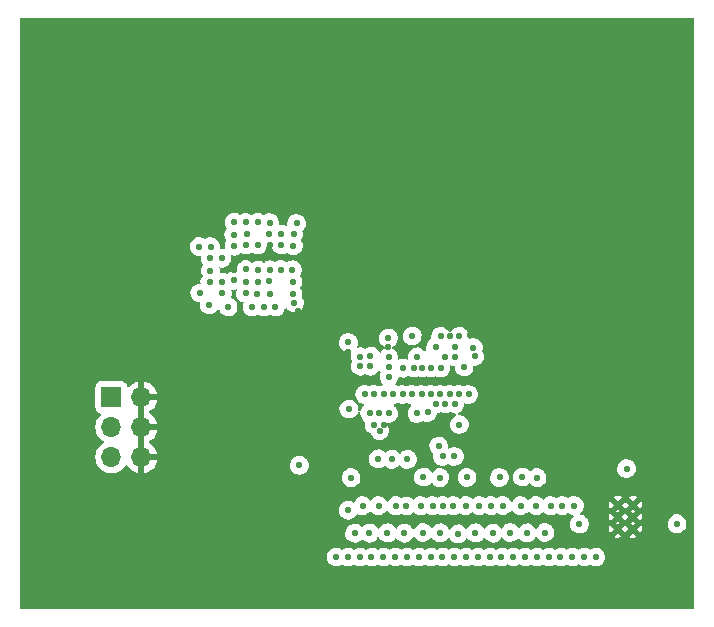
<source format=gbr>
%TF.GenerationSoftware,KiCad,Pcbnew,(5.99.0-3097-g8601b1e63)*%
%TF.CreationDate,2020-09-03T20:39:06+02:00*%
%TF.ProjectId,FD3,4644332e-6b69-4636-9164-5f7063625858,rev?*%
%TF.SameCoordinates,Original*%
%TF.FileFunction,Copper,L2,Inr*%
%TF.FilePolarity,Positive*%
%FSLAX46Y46*%
G04 Gerber Fmt 4.6, Leading zero omitted, Abs format (unit mm)*
G04 Created by KiCad (PCBNEW (5.99.0-3097-g8601b1e63)) date 2020-09-03 20:39:06*
%MOMM*%
%LPD*%
G01*
G04 APERTURE LIST*
%TA.AperFunction,ComponentPad*%
%ADD10R,1.700000X1.700000*%
%TD*%
%TA.AperFunction,ComponentPad*%
%ADD11O,1.700000X1.700000*%
%TD*%
%TA.AperFunction,ComponentPad*%
%ADD12C,0.500000*%
%TD*%
%TA.AperFunction,ViaPad*%
%ADD13C,0.560000*%
%TD*%
G04 APERTURE END LIST*
D10*
%TO.N,/fgpa-logic/m0*%
%TO.C,J33*%
X172712500Y-74100000D03*
D11*
%TO.N,GND*%
X175252500Y-74100000D03*
%TO.N,/fgpa-logic/m1*%
X172712500Y-76640000D03*
%TO.N,GND*%
X175252500Y-76640000D03*
%TO.N,/fgpa-logic/m2*%
X172712500Y-79180000D03*
%TO.N,GND*%
X175252500Y-79180000D03*
%TD*%
D12*
%TO.N,GND*%
%TO.C,U10*%
X215580102Y-83225000D03*
X216880102Y-85225000D03*
X216880102Y-84225000D03*
X215580102Y-84225000D03*
X216880102Y-83225000D03*
X215580102Y-85225000D03*
%TD*%
D13*
%TO.N,GND*%
X188480000Y-66790000D03*
X183080000Y-63330000D03*
X176040000Y-60290000D03*
X201380000Y-68930000D03*
X203070000Y-68840000D03*
X187500000Y-79800000D03*
X216721033Y-76275000D03*
X199725000Y-77325000D03*
X192770000Y-70290000D03*
X215596033Y-74575000D03*
X196160000Y-69880000D03*
X216196033Y-75350000D03*
X186100000Y-61200000D03*
X195800000Y-76410000D03*
X190000000Y-54000000D03*
X201300000Y-77300000D03*
X183590000Y-66410000D03*
X175070000Y-61330000D03*
%TO.N,VCCDDR_1.35V*%
X202180000Y-76400000D03*
X196210000Y-72350000D03*
X196180000Y-75460000D03*
X200580000Y-68930000D03*
X185110000Y-64310000D03*
X202180000Y-68930000D03*
X180140000Y-61340000D03*
X196160000Y-69070000D03*
X192820000Y-75090000D03*
X200425000Y-78225000D03*
X198590000Y-70670000D03*
X194980000Y-76420000D03*
X188040000Y-63300000D03*
X192780000Y-69450000D03*
X182110000Y-65290000D03*
X184200000Y-60300000D03*
%TO.N,+5V*%
X220600000Y-84800000D03*
%TO.N,VCCDDR_1.35V_VREF*%
X196800000Y-83275000D03*
X192730102Y-87625000D03*
X194730102Y-87625000D03*
X203730102Y-87625000D03*
X210900000Y-83275000D03*
X197670000Y-83290000D03*
X199900000Y-83275000D03*
X213730102Y-87625000D03*
X200730102Y-87625000D03*
X196730102Y-87625000D03*
X198730102Y-87625000D03*
X192750000Y-83650000D03*
X201730102Y-87625000D03*
X210730102Y-87625000D03*
X195730102Y-87625000D03*
X209900000Y-83275000D03*
X212730102Y-87625000D03*
X208730102Y-87625000D03*
X204875000Y-83275000D03*
X193975000Y-83275000D03*
X199730102Y-87625000D03*
X204730102Y-87625000D03*
X211730102Y-87625000D03*
X195350000Y-83275000D03*
X206730102Y-87625000D03*
X203875000Y-83275000D03*
X208675000Y-83275000D03*
X205730102Y-87625000D03*
X207730102Y-87625000D03*
X205875000Y-83275000D03*
X201675000Y-83275000D03*
X211900000Y-83275000D03*
X198900000Y-83275000D03*
X202730102Y-87625000D03*
X200775000Y-83275000D03*
X209730102Y-87625000D03*
X207350000Y-83275000D03*
X197730102Y-87625000D03*
X191730102Y-87625000D03*
X193730102Y-87625000D03*
X202725000Y-83275000D03*
%TO.N,Net-(R42-Pad1)*%
X212330102Y-84825000D03*
X216330102Y-80125000D03*
%TO.N,DDR_NWE*%
X183110000Y-61310000D03*
X198970000Y-73850000D03*
X193000000Y-80900000D03*
%TO.N,DDR_NRAS*%
X197370000Y-73850000D03*
X180990000Y-66270000D03*
X195300000Y-79300000D03*
%TO.N,DDR_A0*%
X199100000Y-85550000D03*
X200570000Y-73850000D03*
X187100000Y-60270000D03*
%TO.N,DDR_A1*%
X205575000Y-80875000D03*
X200980000Y-70670000D03*
X187090000Y-63280000D03*
%TO.N,DDR_A2*%
X188400000Y-59369999D03*
X201750000Y-79100000D03*
X201370000Y-73850000D03*
%TO.N,DDR_A3*%
X200180000Y-74660000D03*
X200750000Y-79100000D03*
X183110000Y-59280000D03*
%TO.N,DDR_A4*%
X201780000Y-69870000D03*
X206500000Y-85550000D03*
X187100000Y-61190000D03*
%TO.N,DDR_A5*%
X184100000Y-59290000D03*
X200970000Y-74670000D03*
X202050000Y-85650000D03*
%TO.N,DDR_A6*%
X207500000Y-80850000D03*
X201780000Y-70670000D03*
X188130000Y-61260000D03*
%TO.N,DDR_A7*%
X185100000Y-59280000D03*
X203525000Y-85575000D03*
X201780000Y-74660000D03*
%TO.N,DDR_A8*%
X209425000Y-85550000D03*
X203361851Y-69885802D03*
X182070000Y-62330000D03*
%TO.N,DDR_A9*%
X202170000Y-73850000D03*
X186090000Y-60300000D03*
X202825000Y-80875000D03*
%TO.N,DDR_A10*%
X199000000Y-71620000D03*
X186600000Y-66450000D03*
X196475000Y-79350000D03*
%TO.N,DDR_A11*%
X202570000Y-71530000D03*
X207900000Y-85575000D03*
X181070000Y-62330000D03*
%TO.N,DDR_A12*%
X188100000Y-65350000D03*
X199125000Y-80850000D03*
X200590000Y-71620000D03*
%TO.N,DDR_A13*%
X202970000Y-73850000D03*
X205025000Y-85600000D03*
X186110000Y-59310000D03*
%TO.N,DDR_A14*%
X188140000Y-60280000D03*
X203475000Y-70625000D03*
X203475000Y-70625000D03*
X208750000Y-80900000D03*
%TO.N,DDR_A15*%
X199760000Y-71620000D03*
X188200000Y-66110000D03*
X196075000Y-85575000D03*
%TO.N,DDR_ODT*%
X195425000Y-76925000D03*
X184130000Y-64340000D03*
X188625000Y-79850000D03*
%TO.N,DDR_CKE*%
X198180000Y-68900000D03*
X193300000Y-85600000D03*
%TO.N,DDR_NCS*%
X181110000Y-61330000D03*
X197775000Y-79350000D03*
X198580000Y-75460000D03*
%TO.N,DDR_NCAS*%
X181100000Y-63380000D03*
X194550000Y-85600000D03*
X198170000Y-73850000D03*
%TO.N,DDR_DQ5*%
X196180000Y-70680000D03*
X185070000Y-65330000D03*
%TO.N,DDR_DQ6*%
X182100000Y-64340000D03*
X195380000Y-75460000D03*
%TO.N,DDR_DQ0*%
X184070000Y-65290000D03*
X194170000Y-73850000D03*
%TO.N,DDR_DQ3*%
X194640000Y-70610000D03*
X186110000Y-65310000D03*
%TO.N,DDR_BA1*%
X185120000Y-63320000D03*
X200160000Y-69870000D03*
X197500000Y-85600000D03*
%TO.N,DDR_DQ4*%
X183100000Y-64200000D03*
X196570000Y-73850000D03*
%TO.N,DDR_BA2*%
X200525000Y-80900000D03*
X184100000Y-63270000D03*
X199770000Y-73850000D03*
%TO.N,DDR_DQ2*%
X194580000Y-75460000D03*
X182610000Y-66450000D03*
%TO.N,DDR_DQ1*%
X194610000Y-71460000D03*
X185600000Y-66460000D03*
%TO.N,DDR_DQ7*%
X196190000Y-71560000D03*
X184600000Y-66440000D03*
%TO.N,DDR_BA0*%
X188080000Y-64330000D03*
X199480000Y-75370000D03*
X200550000Y-85575000D03*
%TO.N,DDR_CK_P*%
X184100000Y-61190000D03*
X197370000Y-71630000D03*
%TO.N,DDR_CK_N*%
X198320000Y-71620000D03*
X185100000Y-61200000D03*
%TO.N,DDR_DQS_P*%
X181050000Y-64340000D03*
X194970000Y-73850000D03*
%TO.N,DDR_DQS_N*%
X195770000Y-73850000D03*
X180200000Y-65260000D03*
%TO.N,Net-(U11-PadU6)*%
X183060000Y-60350000D03*
%TO.N,DDR_TDQS_N*%
X193790000Y-71460000D03*
X186090000Y-64220000D03*
%TO.N,DDR_TDQS_P*%
X186110000Y-63300000D03*
X193780000Y-70660000D03*
%TD*%
%TA.AperFunction,Conductor*%
%TO.N,GND*%
G36*
X222000000Y-92000000D02*
G01*
X165000000Y-92000000D01*
X165000000Y-87616661D01*
X190933728Y-87616661D01*
X190960821Y-87831126D01*
X190960822Y-87831128D01*
X191044592Y-88030409D01*
X191178867Y-88199822D01*
X191353755Y-88326885D01*
X191556369Y-88402237D01*
X191771783Y-88420326D01*
X191984127Y-88379819D01*
X192177755Y-88283701D01*
X192247003Y-88249326D01*
X192353756Y-88326886D01*
X192556367Y-88402237D01*
X192771783Y-88420326D01*
X192984127Y-88379819D01*
X193177755Y-88283701D01*
X193247003Y-88249326D01*
X193353756Y-88326886D01*
X193556367Y-88402237D01*
X193771783Y-88420326D01*
X193984127Y-88379819D01*
X194177755Y-88283701D01*
X194247003Y-88249326D01*
X194353756Y-88326886D01*
X194556367Y-88402237D01*
X194771783Y-88420326D01*
X194984127Y-88379819D01*
X195177755Y-88283701D01*
X195247003Y-88249326D01*
X195353756Y-88326886D01*
X195556367Y-88402237D01*
X195771783Y-88420326D01*
X195984127Y-88379819D01*
X196177755Y-88283701D01*
X196247003Y-88249326D01*
X196353756Y-88326886D01*
X196556367Y-88402237D01*
X196771783Y-88420326D01*
X196984127Y-88379819D01*
X197177755Y-88283701D01*
X197247003Y-88249326D01*
X197353756Y-88326886D01*
X197556367Y-88402237D01*
X197771783Y-88420326D01*
X197984127Y-88379819D01*
X198177755Y-88283701D01*
X198247003Y-88249326D01*
X198353756Y-88326886D01*
X198556367Y-88402237D01*
X198771783Y-88420326D01*
X198984127Y-88379819D01*
X199177755Y-88283701D01*
X199247003Y-88249326D01*
X199353756Y-88326886D01*
X199556367Y-88402237D01*
X199771783Y-88420326D01*
X199984127Y-88379819D01*
X200177755Y-88283701D01*
X200247003Y-88249326D01*
X200353756Y-88326886D01*
X200556367Y-88402237D01*
X200771783Y-88420326D01*
X200984127Y-88379819D01*
X201177755Y-88283701D01*
X201247003Y-88249326D01*
X201353756Y-88326886D01*
X201556367Y-88402237D01*
X201771783Y-88420326D01*
X201984127Y-88379819D01*
X202177755Y-88283701D01*
X202247003Y-88249326D01*
X202353756Y-88326886D01*
X202556367Y-88402237D01*
X202771783Y-88420326D01*
X202984127Y-88379819D01*
X203177755Y-88283701D01*
X203247003Y-88249326D01*
X203353756Y-88326886D01*
X203556367Y-88402237D01*
X203771783Y-88420326D01*
X203984127Y-88379819D01*
X204177755Y-88283701D01*
X204247003Y-88249326D01*
X204353756Y-88326886D01*
X204556367Y-88402237D01*
X204771783Y-88420326D01*
X204984127Y-88379819D01*
X205177755Y-88283701D01*
X205247003Y-88249326D01*
X205353756Y-88326886D01*
X205556367Y-88402237D01*
X205771783Y-88420326D01*
X205984127Y-88379819D01*
X206177755Y-88283701D01*
X206247003Y-88249326D01*
X206353756Y-88326886D01*
X206556367Y-88402237D01*
X206771783Y-88420326D01*
X206984127Y-88379819D01*
X207177755Y-88283701D01*
X207247003Y-88249326D01*
X207353756Y-88326886D01*
X207556367Y-88402237D01*
X207771783Y-88420326D01*
X207984127Y-88379819D01*
X208177755Y-88283701D01*
X208247003Y-88249326D01*
X208353756Y-88326886D01*
X208556367Y-88402237D01*
X208771783Y-88420326D01*
X208984127Y-88379819D01*
X209177755Y-88283701D01*
X209247003Y-88249326D01*
X209353756Y-88326886D01*
X209556367Y-88402237D01*
X209771783Y-88420326D01*
X209984127Y-88379819D01*
X210177755Y-88283701D01*
X210247003Y-88249326D01*
X210353756Y-88326886D01*
X210556367Y-88402237D01*
X210771783Y-88420326D01*
X210984127Y-88379819D01*
X211177755Y-88283701D01*
X211247003Y-88249326D01*
X211353756Y-88326886D01*
X211556367Y-88402237D01*
X211771783Y-88420326D01*
X211984127Y-88379819D01*
X212177755Y-88283701D01*
X212247003Y-88249326D01*
X212353756Y-88326886D01*
X212556367Y-88402237D01*
X212771783Y-88420326D01*
X212984127Y-88379819D01*
X213177755Y-88283701D01*
X213247003Y-88249326D01*
X213353756Y-88326886D01*
X213556367Y-88402237D01*
X213771783Y-88420326D01*
X213984125Y-88379820D01*
X213985507Y-88379134D01*
X214177755Y-88283701D01*
X214338402Y-88139053D01*
X214454233Y-87956533D01*
X214516714Y-87749587D01*
X214519150Y-87516914D01*
X214519150Y-87516913D01*
X214461018Y-87308706D01*
X214349034Y-87123799D01*
X214191451Y-86975818D01*
X213999879Y-86875667D01*
X213788430Y-86830722D01*
X213788426Y-86830722D01*
X213572684Y-86844294D01*
X213368536Y-86915387D01*
X213242892Y-87002711D01*
X213191452Y-86975819D01*
X213191451Y-86975818D01*
X212999879Y-86875667D01*
X212788430Y-86830722D01*
X212788426Y-86830722D01*
X212572684Y-86844294D01*
X212368536Y-86915387D01*
X212242892Y-87002711D01*
X212191452Y-86975819D01*
X212191451Y-86975818D01*
X211999879Y-86875667D01*
X211788430Y-86830722D01*
X211788426Y-86830722D01*
X211572684Y-86844294D01*
X211368536Y-86915387D01*
X211242892Y-87002711D01*
X211191452Y-86975819D01*
X211191451Y-86975818D01*
X210999879Y-86875667D01*
X210788430Y-86830722D01*
X210788426Y-86830722D01*
X210572684Y-86844294D01*
X210368536Y-86915387D01*
X210242892Y-87002711D01*
X210191452Y-86975819D01*
X210191451Y-86975818D01*
X209999879Y-86875667D01*
X209788430Y-86830722D01*
X209788426Y-86830722D01*
X209572684Y-86844294D01*
X209368536Y-86915387D01*
X209242892Y-87002711D01*
X209191452Y-86975819D01*
X209191451Y-86975818D01*
X208999879Y-86875667D01*
X208788430Y-86830722D01*
X208788426Y-86830722D01*
X208572684Y-86844294D01*
X208368536Y-86915387D01*
X208242892Y-87002711D01*
X208191452Y-86975819D01*
X208191451Y-86975818D01*
X207999879Y-86875667D01*
X207788430Y-86830722D01*
X207788426Y-86830722D01*
X207572684Y-86844294D01*
X207368536Y-86915387D01*
X207242892Y-87002711D01*
X207191452Y-86975819D01*
X207191451Y-86975818D01*
X206999879Y-86875667D01*
X206788430Y-86830722D01*
X206788426Y-86830722D01*
X206572684Y-86844294D01*
X206368536Y-86915387D01*
X206242892Y-87002711D01*
X206191452Y-86975819D01*
X206191451Y-86975818D01*
X205999879Y-86875667D01*
X205788430Y-86830722D01*
X205788426Y-86830722D01*
X205572684Y-86844294D01*
X205368536Y-86915387D01*
X205242892Y-87002711D01*
X205191452Y-86975819D01*
X205191451Y-86975818D01*
X204999879Y-86875667D01*
X204788430Y-86830722D01*
X204788426Y-86830722D01*
X204572684Y-86844294D01*
X204368536Y-86915387D01*
X204242892Y-87002711D01*
X204191452Y-86975819D01*
X204191451Y-86975818D01*
X203999879Y-86875667D01*
X203788430Y-86830722D01*
X203788426Y-86830722D01*
X203572684Y-86844294D01*
X203368536Y-86915387D01*
X203242892Y-87002711D01*
X203191452Y-86975819D01*
X203191451Y-86975818D01*
X202999879Y-86875667D01*
X202788430Y-86830722D01*
X202788426Y-86830722D01*
X202572684Y-86844294D01*
X202368536Y-86915387D01*
X202242892Y-87002711D01*
X202191452Y-86975819D01*
X202191451Y-86975818D01*
X201999879Y-86875667D01*
X201788430Y-86830722D01*
X201788426Y-86830722D01*
X201572684Y-86844294D01*
X201368536Y-86915387D01*
X201242892Y-87002711D01*
X201191452Y-86975819D01*
X201191451Y-86975818D01*
X200999879Y-86875667D01*
X200788430Y-86830722D01*
X200788426Y-86830722D01*
X200572684Y-86844294D01*
X200368536Y-86915387D01*
X200242892Y-87002711D01*
X200191452Y-86975819D01*
X200191451Y-86975818D01*
X199999879Y-86875667D01*
X199788430Y-86830722D01*
X199788426Y-86830722D01*
X199572684Y-86844294D01*
X199368536Y-86915387D01*
X199242892Y-87002711D01*
X199191452Y-86975819D01*
X199191451Y-86975818D01*
X198999879Y-86875667D01*
X198788430Y-86830722D01*
X198788426Y-86830722D01*
X198572684Y-86844294D01*
X198368536Y-86915387D01*
X198242892Y-87002711D01*
X198191452Y-86975819D01*
X198191451Y-86975818D01*
X197999879Y-86875667D01*
X197788430Y-86830722D01*
X197788426Y-86830722D01*
X197572684Y-86844294D01*
X197368536Y-86915387D01*
X197242892Y-87002711D01*
X197191452Y-86975819D01*
X197191451Y-86975818D01*
X196999879Y-86875667D01*
X196788430Y-86830722D01*
X196788426Y-86830722D01*
X196572684Y-86844294D01*
X196368536Y-86915387D01*
X196242892Y-87002711D01*
X196191452Y-86975819D01*
X196191451Y-86975818D01*
X195999879Y-86875667D01*
X195788430Y-86830722D01*
X195788426Y-86830722D01*
X195572684Y-86844294D01*
X195368536Y-86915387D01*
X195242892Y-87002711D01*
X195191452Y-86975819D01*
X195191451Y-86975818D01*
X194999879Y-86875667D01*
X194788430Y-86830722D01*
X194788426Y-86830722D01*
X194572684Y-86844294D01*
X194368536Y-86915387D01*
X194242892Y-87002711D01*
X194191452Y-86975819D01*
X194191451Y-86975818D01*
X193999879Y-86875667D01*
X193788430Y-86830722D01*
X193788426Y-86830722D01*
X193572684Y-86844294D01*
X193368536Y-86915387D01*
X193242892Y-87002711D01*
X193191452Y-86975819D01*
X193191451Y-86975818D01*
X192999879Y-86875667D01*
X192788430Y-86830722D01*
X192788426Y-86830722D01*
X192572684Y-86844294D01*
X192368536Y-86915387D01*
X192242892Y-87002711D01*
X192191452Y-86975819D01*
X192191451Y-86975818D01*
X191999879Y-86875667D01*
X191788430Y-86830722D01*
X191788426Y-86830722D01*
X191572684Y-86844294D01*
X191368538Y-86915386D01*
X191368537Y-86915387D01*
X191368536Y-86915387D01*
X191191026Y-87038760D01*
X191120676Y-87123799D01*
X191053231Y-87205326D01*
X190965308Y-87402808D01*
X190933728Y-87616661D01*
X165000000Y-87616661D01*
X165000000Y-85591661D01*
X192503626Y-85591661D01*
X192530719Y-85806126D01*
X192530720Y-85806128D01*
X192614490Y-86005409D01*
X192748765Y-86174822D01*
X192923653Y-86301885D01*
X193126267Y-86377237D01*
X193341681Y-86395326D01*
X193554023Y-86354820D01*
X193609588Y-86327237D01*
X193747653Y-86258701D01*
X193896340Y-86124822D01*
X193911347Y-86111310D01*
X193998765Y-86174822D01*
X194173653Y-86301885D01*
X194315990Y-86354820D01*
X194376267Y-86377237D01*
X194591681Y-86395326D01*
X194804023Y-86354820D01*
X194859588Y-86327237D01*
X194997653Y-86258701D01*
X195158300Y-86114053D01*
X195190032Y-86064052D01*
X195308202Y-85877848D01*
X195389489Y-85980407D01*
X195389490Y-85980409D01*
X195523765Y-86149822D01*
X195698653Y-86276885D01*
X195840990Y-86329820D01*
X195901267Y-86352237D01*
X196116681Y-86370326D01*
X196329023Y-86329820D01*
X196334226Y-86327237D01*
X196522653Y-86233701D01*
X196683300Y-86089053D01*
X196736382Y-86005410D01*
X196771114Y-85950682D01*
X196814490Y-86005409D01*
X196948765Y-86174822D01*
X197123653Y-86301885D01*
X197326267Y-86377237D01*
X197541681Y-86395326D01*
X197754023Y-86354820D01*
X197809588Y-86327237D01*
X197947653Y-86258701D01*
X198108300Y-86114053D01*
X198140032Y-86064052D01*
X198300362Y-85811415D01*
X198414490Y-85955409D01*
X198548765Y-86124822D01*
X198723653Y-86251885D01*
X198865990Y-86304820D01*
X198926267Y-86327237D01*
X199141681Y-86345326D01*
X199354023Y-86304820D01*
X199359935Y-86301885D01*
X199547653Y-86208701D01*
X199708300Y-86064053D01*
X199708301Y-86064052D01*
X199807232Y-85908166D01*
X199864489Y-85980406D01*
X199864490Y-85980409D01*
X199998765Y-86149822D01*
X200173653Y-86276885D01*
X200315990Y-86329820D01*
X200376267Y-86352237D01*
X200591681Y-86370326D01*
X200804023Y-86329820D01*
X200809226Y-86327237D01*
X200997653Y-86233701D01*
X201158300Y-86089053D01*
X201211382Y-86005410D01*
X201261842Y-85925899D01*
X201364490Y-86055409D01*
X201498765Y-86224822D01*
X201673653Y-86351885D01*
X201815990Y-86404820D01*
X201876267Y-86427237D01*
X202091681Y-86445326D01*
X202304023Y-86404820D01*
X202359588Y-86377237D01*
X202497653Y-86308701D01*
X202658300Y-86164053D01*
X202667332Y-86149822D01*
X202705896Y-86089054D01*
X202774131Y-85981533D01*
X202774132Y-85981531D01*
X202803589Y-85935113D01*
X202839490Y-85980409D01*
X202973765Y-86149822D01*
X203148653Y-86276885D01*
X203290990Y-86329820D01*
X203351267Y-86352237D01*
X203566681Y-86370326D01*
X203779023Y-86329820D01*
X203784226Y-86327237D01*
X203972653Y-86233701D01*
X204133300Y-86089053D01*
X204249131Y-85906533D01*
X204249132Y-85906530D01*
X204254462Y-85898131D01*
X204453950Y-86149822D01*
X204473765Y-86174822D01*
X204648653Y-86301885D01*
X204851267Y-86377237D01*
X205066681Y-86395326D01*
X205279023Y-86354820D01*
X205334588Y-86327237D01*
X205472653Y-86258701D01*
X205633300Y-86114053D01*
X205665033Y-86064051D01*
X205733979Y-85955409D01*
X205749131Y-85931533D01*
X205749131Y-85931532D01*
X205769778Y-85898998D01*
X205940229Y-86114052D01*
X205948765Y-86124822D01*
X206123653Y-86251885D01*
X206326267Y-86327237D01*
X206541681Y-86345326D01*
X206754023Y-86304820D01*
X206759935Y-86301885D01*
X206947653Y-86208701D01*
X207108300Y-86064053D01*
X207108301Y-86064052D01*
X207208954Y-85973423D01*
X207214489Y-85980406D01*
X207214490Y-85980409D01*
X207348765Y-86149822D01*
X207523653Y-86276885D01*
X207665990Y-86329820D01*
X207726267Y-86352237D01*
X207941681Y-86370326D01*
X208154023Y-86329820D01*
X208159226Y-86327237D01*
X208347653Y-86233701D01*
X208508300Y-86089053D01*
X208561382Y-86005410D01*
X208658202Y-85852848D01*
X208739489Y-85955407D01*
X208739490Y-85955409D01*
X208873765Y-86124822D01*
X209048653Y-86251885D01*
X209251267Y-86327237D01*
X209466681Y-86345326D01*
X209679023Y-86304820D01*
X209684935Y-86301885D01*
X209872653Y-86208701D01*
X210033300Y-86064053D01*
X210131206Y-85909778D01*
X215248876Y-85909778D01*
X215270306Y-85922452D01*
X215439063Y-85975014D01*
X215615386Y-85987344D01*
X215789816Y-85958780D01*
X215907537Y-85909778D01*
X216548876Y-85909778D01*
X216570306Y-85922452D01*
X216739063Y-85975014D01*
X216915386Y-85987344D01*
X217089816Y-85958780D01*
X217210214Y-85908664D01*
X216880102Y-85578552D01*
X216548876Y-85909778D01*
X215907537Y-85909778D01*
X215910214Y-85908664D01*
X215580102Y-85578552D01*
X215248876Y-85909778D01*
X210131206Y-85909778D01*
X210149131Y-85881533D01*
X210211612Y-85674587D01*
X210214048Y-85441914D01*
X210202296Y-85399822D01*
X210155916Y-85233706D01*
X210043932Y-85048799D01*
X210025112Y-85031126D01*
X209886349Y-84900818D01*
X209694777Y-84800667D01*
X209483328Y-84755722D01*
X209483324Y-84755722D01*
X209267582Y-84769294D01*
X209063436Y-84840386D01*
X209063435Y-84840387D01*
X209063434Y-84840387D01*
X208906315Y-84949588D01*
X208885923Y-84963761D01*
X208635567Y-85266388D01*
X208630916Y-85258708D01*
X208630915Y-85258705D01*
X208518932Y-85073799D01*
X208361349Y-84925818D01*
X208169777Y-84825667D01*
X207958328Y-84780722D01*
X207958324Y-84780722D01*
X207742582Y-84794294D01*
X207538436Y-84865386D01*
X207538435Y-84865387D01*
X207538434Y-84865387D01*
X207360924Y-84988760D01*
X207227170Y-85150440D01*
X206961350Y-84900819D01*
X206961349Y-84900818D01*
X206769777Y-84800667D01*
X206558328Y-84755722D01*
X206558324Y-84755722D01*
X206342582Y-84769294D01*
X206138436Y-84840386D01*
X206138435Y-84840387D01*
X206138434Y-84840387D01*
X205981315Y-84949588D01*
X205960923Y-84963761D01*
X205730694Y-85242060D01*
X205643932Y-85098799D01*
X205486349Y-84950818D01*
X205294777Y-84850667D01*
X205083328Y-84805722D01*
X205083324Y-84805722D01*
X204867582Y-84819294D01*
X204663436Y-84890386D01*
X204663435Y-84890387D01*
X204663434Y-84890387D01*
X204521893Y-84988761D01*
X204485923Y-85013761D01*
X204471556Y-85031128D01*
X204415575Y-85098798D01*
X204267486Y-85277807D01*
X204143932Y-85073798D01*
X204027660Y-84964612D01*
X203986349Y-84925818D01*
X203794777Y-84825667D01*
X203583328Y-84780722D01*
X203583324Y-84780722D01*
X203367582Y-84794294D01*
X203163436Y-84865386D01*
X203163435Y-84865387D01*
X203163434Y-84865387D01*
X202985924Y-84988760D01*
X202985923Y-84988761D01*
X202971556Y-85006128D01*
X202848131Y-85155323D01*
X202848130Y-85155324D01*
X202772822Y-85246357D01*
X202511350Y-85000819D01*
X202511349Y-85000818D01*
X202319777Y-84900667D01*
X202108328Y-84855722D01*
X202108324Y-84855722D01*
X201892582Y-84869294D01*
X201688436Y-84940386D01*
X201688435Y-84940387D01*
X201688434Y-84940387D01*
X201532450Y-85048799D01*
X201510923Y-85063761D01*
X201309967Y-85306674D01*
X201168933Y-85073799D01*
X201091217Y-85000819D01*
X201011349Y-84925818D01*
X200819777Y-84825667D01*
X200608328Y-84780722D01*
X200608324Y-84780722D01*
X200392582Y-84794294D01*
X200188436Y-84865386D01*
X200188435Y-84865387D01*
X200188434Y-84865387D01*
X200010924Y-84988760D01*
X200010923Y-84988761D01*
X199996556Y-85006128D01*
X199873131Y-85155323D01*
X199873130Y-85155324D01*
X199821352Y-85217914D01*
X199749212Y-85098798D01*
X199718932Y-85048799D01*
X199561349Y-84900818D01*
X199369777Y-84800667D01*
X199158328Y-84755722D01*
X199158324Y-84755722D01*
X198942582Y-84769294D01*
X198738436Y-84840386D01*
X198738435Y-84840387D01*
X198738434Y-84840387D01*
X198560924Y-84963760D01*
X198423131Y-85130323D01*
X198420327Y-85136622D01*
X198400366Y-85181454D01*
X198354386Y-85235550D01*
X198286459Y-85256200D01*
X198218151Y-85236848D01*
X198177483Y-85195478D01*
X198138025Y-85130326D01*
X198118932Y-85098799D01*
X197961349Y-84950818D01*
X197769777Y-84850667D01*
X197558328Y-84805722D01*
X197558324Y-84805722D01*
X197342582Y-84819294D01*
X197138436Y-84890386D01*
X197138435Y-84890387D01*
X197138434Y-84890387D01*
X196960924Y-85013760D01*
X196864495Y-85130323D01*
X196785785Y-85225466D01*
X196693932Y-85073799D01*
X196693931Y-85073797D01*
X196577660Y-84964612D01*
X196536349Y-84925818D01*
X196344777Y-84825667D01*
X196133328Y-84780722D01*
X196133324Y-84780722D01*
X195917582Y-84794294D01*
X195713436Y-84865386D01*
X195713435Y-84865387D01*
X195713434Y-84865387D01*
X195535924Y-84988760D01*
X195535923Y-84988761D01*
X195285567Y-85291388D01*
X195280916Y-85283708D01*
X195280915Y-85283705D01*
X195168932Y-85098799D01*
X195011349Y-84950818D01*
X194819777Y-84850667D01*
X194608328Y-84805722D01*
X194608324Y-84805722D01*
X194392582Y-84819294D01*
X194188436Y-84890386D01*
X194188435Y-84890387D01*
X194188434Y-84890387D01*
X194010924Y-85013760D01*
X194010923Y-85013761D01*
X194010919Y-85013764D01*
X193931105Y-85110230D01*
X193881619Y-85063760D01*
X193761349Y-84950818D01*
X193569777Y-84850667D01*
X193358328Y-84805722D01*
X193358324Y-84805722D01*
X193142582Y-84819294D01*
X192938436Y-84890386D01*
X192938435Y-84890387D01*
X192938434Y-84890387D01*
X192760924Y-85013760D01*
X192647852Y-85150441D01*
X192623129Y-85180326D01*
X192577558Y-85282683D01*
X192535910Y-85376227D01*
X192535206Y-85377808D01*
X192503626Y-85591661D01*
X165000000Y-85591661D01*
X165000000Y-83641661D01*
X191953626Y-83641661D01*
X191980719Y-83856126D01*
X191980720Y-83856128D01*
X192064490Y-84055409D01*
X192198765Y-84224822D01*
X192373653Y-84351885D01*
X192517345Y-84405324D01*
X192576267Y-84427237D01*
X192791681Y-84445326D01*
X193004023Y-84404820D01*
X193024361Y-84394724D01*
X193197653Y-84308701D01*
X193358300Y-84164053D01*
X193474131Y-83981533D01*
X193474133Y-83981528D01*
X193500293Y-83940305D01*
X193801265Y-84052237D01*
X194016681Y-84070326D01*
X194229023Y-84029820D01*
X194250227Y-84019294D01*
X194422653Y-83933701D01*
X194583300Y-83789053D01*
X194583300Y-83789052D01*
X194680928Y-83701148D01*
X194798765Y-83849822D01*
X194973653Y-83976885D01*
X195176267Y-84052237D01*
X195391681Y-84070326D01*
X195604023Y-84029820D01*
X195625227Y-84019294D01*
X195797653Y-83933701D01*
X195958300Y-83789053D01*
X195998950Y-83725000D01*
X196066040Y-83619282D01*
X196149832Y-83725000D01*
X196248765Y-83849822D01*
X196423653Y-83976885D01*
X196622045Y-84050667D01*
X196626267Y-84052237D01*
X196841681Y-84070326D01*
X197054025Y-84029819D01*
X197068032Y-84022866D01*
X197227405Y-83943754D01*
X197234214Y-83948701D01*
X197293653Y-83991885D01*
X197467652Y-84056595D01*
X197496267Y-84067237D01*
X197711681Y-84085326D01*
X197924023Y-84044820D01*
X197968249Y-84022866D01*
X198117653Y-83948701D01*
X198117654Y-83948700D01*
X198117656Y-83948699D01*
X198281637Y-83801050D01*
X198348763Y-83849820D01*
X198348765Y-83849822D01*
X198523653Y-83976885D01*
X198722045Y-84050667D01*
X198726267Y-84052237D01*
X198941681Y-84070326D01*
X199154025Y-84029819D01*
X199347653Y-83933701D01*
X199416901Y-83899326D01*
X199523654Y-83976886D01*
X199726265Y-84052237D01*
X199941681Y-84070326D01*
X200154023Y-84029820D01*
X200175227Y-84019294D01*
X200342640Y-83936189D01*
X200398652Y-83976884D01*
X200398656Y-83976887D01*
X200601265Y-84052237D01*
X200816681Y-84070326D01*
X201029025Y-84029819D01*
X201222653Y-83933701D01*
X201222655Y-83933699D01*
X201232491Y-83928816D01*
X201298653Y-83976885D01*
X201497045Y-84050667D01*
X201501267Y-84052237D01*
X201716681Y-84070326D01*
X201929023Y-84029820D01*
X202026296Y-83981533D01*
X202122653Y-83933701D01*
X202122654Y-83933700D01*
X202122656Y-83933699D01*
X202197035Y-83866729D01*
X202348653Y-83976885D01*
X202547045Y-84050667D01*
X202551267Y-84052237D01*
X202766681Y-84070326D01*
X202979023Y-84029820D01*
X203000227Y-84019294D01*
X203172653Y-83933701D01*
X203265809Y-83849822D01*
X203291690Y-83826519D01*
X203430050Y-83927042D01*
X203498653Y-83976885D01*
X203697045Y-84050667D01*
X203701267Y-84052237D01*
X203916681Y-84070326D01*
X204129025Y-84029819D01*
X204322653Y-83933701D01*
X204391901Y-83899326D01*
X204498654Y-83976886D01*
X204701265Y-84052237D01*
X204916681Y-84070326D01*
X205129025Y-84029819D01*
X205322653Y-83933701D01*
X205391901Y-83899326D01*
X205498654Y-83976886D01*
X205701265Y-84052237D01*
X205916681Y-84070326D01*
X206129023Y-84029820D01*
X206150227Y-84019294D01*
X206322653Y-83933701D01*
X206483300Y-83789053D01*
X206522414Y-83727420D01*
X206602158Y-83601765D01*
X206664490Y-83680408D01*
X206664490Y-83680409D01*
X206798765Y-83849822D01*
X206973653Y-83976885D01*
X207172045Y-84050667D01*
X207176267Y-84052237D01*
X207391681Y-84070326D01*
X207604023Y-84029820D01*
X207625227Y-84019294D01*
X207797653Y-83933701D01*
X207883806Y-83856128D01*
X208026750Y-83727421D01*
X208123765Y-83849822D01*
X208298653Y-83976885D01*
X208497045Y-84050667D01*
X208501267Y-84052237D01*
X208716681Y-84070326D01*
X208929023Y-84029820D01*
X209122653Y-83933701D01*
X209128078Y-83928816D01*
X209275183Y-83796362D01*
X209348765Y-83849822D01*
X209523653Y-83976885D01*
X209722045Y-84050667D01*
X209726267Y-84052237D01*
X209941681Y-84070326D01*
X210154025Y-84029819D01*
X210347653Y-83933701D01*
X210416901Y-83899326D01*
X210523654Y-83976886D01*
X210726265Y-84052237D01*
X210941681Y-84070326D01*
X211154025Y-84029819D01*
X211347653Y-83933701D01*
X211416901Y-83899326D01*
X211523653Y-83976885D01*
X211893790Y-84114540D01*
X211653232Y-84405324D01*
X211618335Y-84483705D01*
X211576439Y-84577808D01*
X211565308Y-84602808D01*
X211533728Y-84816661D01*
X211560821Y-85031126D01*
X211568250Y-85048798D01*
X211644592Y-85230409D01*
X211778867Y-85399822D01*
X211953755Y-85526885D01*
X212096092Y-85579820D01*
X212156369Y-85602237D01*
X212371783Y-85620326D01*
X212584125Y-85579820D01*
X212634489Y-85554819D01*
X212777755Y-85483701D01*
X212938402Y-85339053D01*
X213014585Y-85219007D01*
X214816966Y-85219007D01*
X214836054Y-85394724D01*
X214893789Y-85557761D01*
X215226550Y-85225000D01*
X215933654Y-85225000D01*
X216230102Y-85521448D01*
X216526550Y-85225000D01*
X217233654Y-85225000D01*
X217563158Y-85554504D01*
X217593286Y-85496628D01*
X217636646Y-85325273D01*
X217638128Y-85136622D01*
X217597466Y-84964612D01*
X217562957Y-84895698D01*
X217233654Y-85225000D01*
X216526550Y-85225000D01*
X216230102Y-84928552D01*
X215933654Y-85225000D01*
X215226550Y-85225000D01*
X214894749Y-84893200D01*
X214838813Y-85043609D01*
X214816966Y-85219007D01*
X213014585Y-85219007D01*
X213054233Y-85156533D01*
X213101246Y-85000819D01*
X213116714Y-84949588D01*
X213119065Y-84725000D01*
X215433654Y-84725000D01*
X215580102Y-84871448D01*
X215726550Y-84725000D01*
X216733654Y-84725000D01*
X216880102Y-84871448D01*
X216959889Y-84791661D01*
X219803626Y-84791661D01*
X219830719Y-85006126D01*
X219833930Y-85013764D01*
X219914490Y-85205409D01*
X220048765Y-85374822D01*
X220223653Y-85501885D01*
X220365990Y-85554820D01*
X220426267Y-85577237D01*
X220641681Y-85595326D01*
X220854023Y-85554820D01*
X220855405Y-85554134D01*
X221047653Y-85458701D01*
X221208300Y-85314053D01*
X221324131Y-85131533D01*
X221363596Y-85000819D01*
X221386612Y-84924588D01*
X221389048Y-84691913D01*
X221330916Y-84483706D01*
X221218932Y-84298799D01*
X221140344Y-84225000D01*
X221061349Y-84150818D01*
X220869777Y-84050667D01*
X220658328Y-84005722D01*
X220658324Y-84005722D01*
X220442582Y-84019294D01*
X220238436Y-84090386D01*
X220238435Y-84090387D01*
X220238434Y-84090387D01*
X220060924Y-84213760D01*
X219923131Y-84380323D01*
X219923129Y-84380326D01*
X219894190Y-84445326D01*
X219844132Y-84557760D01*
X219835206Y-84577808D01*
X219803626Y-84791661D01*
X216959889Y-84791661D01*
X217026550Y-84725000D01*
X216880102Y-84578552D01*
X216733654Y-84725000D01*
X215726550Y-84725000D01*
X215580102Y-84578552D01*
X215433654Y-84725000D01*
X213119065Y-84725000D01*
X213119150Y-84716913D01*
X213061018Y-84508706D01*
X212949034Y-84323799D01*
X212922412Y-84298799D01*
X212837443Y-84219007D01*
X214816966Y-84219007D01*
X214836054Y-84394724D01*
X214893789Y-84557760D01*
X215226550Y-84225000D01*
X215933654Y-84225000D01*
X216230102Y-84521448D01*
X216526550Y-84225000D01*
X217233654Y-84225000D01*
X217563158Y-84554503D01*
X217593286Y-84496628D01*
X217636646Y-84325273D01*
X217638128Y-84136622D01*
X217597466Y-83964612D01*
X217562957Y-83895698D01*
X217233654Y-84225000D01*
X216526550Y-84225000D01*
X216230102Y-83928552D01*
X215933654Y-84225000D01*
X215226550Y-84225000D01*
X214894749Y-83893200D01*
X214838813Y-84043609D01*
X214816966Y-84219007D01*
X212837443Y-84219007D01*
X212791451Y-84175818D01*
X212599879Y-84075667D01*
X212510150Y-84056594D01*
X212447677Y-84022866D01*
X212413356Y-83960717D01*
X212418084Y-83889878D01*
X212452038Y-83839712D01*
X212508300Y-83789053D01*
X212548949Y-83725000D01*
X215433654Y-83725000D01*
X215580102Y-83871448D01*
X215726550Y-83725000D01*
X216733654Y-83725000D01*
X216880102Y-83871448D01*
X217026550Y-83725000D01*
X216880102Y-83578552D01*
X216733654Y-83725000D01*
X215726550Y-83725000D01*
X215580102Y-83578552D01*
X215433654Y-83725000D01*
X212548949Y-83725000D01*
X212624131Y-83606533D01*
X212686612Y-83399588D01*
X212688502Y-83219007D01*
X214816966Y-83219007D01*
X214836054Y-83394724D01*
X214893789Y-83557760D01*
X215226550Y-83225000D01*
X215933654Y-83225000D01*
X216230102Y-83521448D01*
X216526550Y-83225000D01*
X217233654Y-83225000D01*
X217563158Y-83554503D01*
X217593286Y-83496628D01*
X217636646Y-83325273D01*
X217638128Y-83136622D01*
X217597466Y-82964613D01*
X217562956Y-82895698D01*
X217233654Y-83225000D01*
X216526550Y-83225000D01*
X216230102Y-82928552D01*
X215933654Y-83225000D01*
X215226550Y-83225000D01*
X214894750Y-82893200D01*
X214838813Y-83043609D01*
X214816966Y-83219007D01*
X212688502Y-83219007D01*
X212689048Y-83166913D01*
X212630916Y-82958706D01*
X212518932Y-82773799D01*
X212474833Y-82732387D01*
X212361349Y-82625818D01*
X212198885Y-82540884D01*
X215249538Y-82540884D01*
X215580102Y-82871448D01*
X215909783Y-82541767D01*
X215907753Y-82540884D01*
X216549538Y-82540884D01*
X216880102Y-82871448D01*
X217209783Y-82541767D01*
X217101318Y-82494606D01*
X216927357Y-82463304D01*
X216750861Y-82472864D01*
X216581298Y-82522768D01*
X216549538Y-82540884D01*
X215907753Y-82540884D01*
X215801318Y-82494606D01*
X215627357Y-82463304D01*
X215450861Y-82472864D01*
X215281298Y-82522768D01*
X215249538Y-82540884D01*
X212198885Y-82540884D01*
X212169777Y-82525667D01*
X211958328Y-82480722D01*
X211958324Y-82480722D01*
X211742582Y-82494294D01*
X211538434Y-82565387D01*
X211412790Y-82652711D01*
X211361350Y-82625819D01*
X211361349Y-82625818D01*
X211169777Y-82525667D01*
X210958328Y-82480722D01*
X210958324Y-82480722D01*
X210742582Y-82494294D01*
X210538434Y-82565387D01*
X210412790Y-82652711D01*
X210361350Y-82625819D01*
X210361349Y-82625818D01*
X210169777Y-82525667D01*
X209958328Y-82480722D01*
X209958324Y-82480722D01*
X209742582Y-82494294D01*
X209538436Y-82565386D01*
X209538435Y-82565387D01*
X209538434Y-82565387D01*
X209451484Y-82625819D01*
X209270385Y-82751686D01*
X209136350Y-82625819D01*
X209136349Y-82625818D01*
X208944777Y-82525667D01*
X208733328Y-82480722D01*
X208733324Y-82480722D01*
X208517582Y-82494294D01*
X208313436Y-82565386D01*
X208313435Y-82565387D01*
X208313434Y-82565387D01*
X208135924Y-82688760D01*
X208023321Y-82824873D01*
X207811350Y-82625819D01*
X207811349Y-82625818D01*
X207619777Y-82525667D01*
X207408328Y-82480722D01*
X207408324Y-82480722D01*
X207192582Y-82494294D01*
X206988436Y-82565386D01*
X206988435Y-82565387D01*
X206988434Y-82565387D01*
X206810924Y-82688760D01*
X206673131Y-82855323D01*
X206673130Y-82855325D01*
X206598178Y-82945926D01*
X206493934Y-82773800D01*
X206380874Y-82667630D01*
X206336349Y-82625818D01*
X206144777Y-82525667D01*
X205933328Y-82480722D01*
X205933324Y-82480722D01*
X205717582Y-82494294D01*
X205513434Y-82565387D01*
X205387790Y-82652711D01*
X205336350Y-82625819D01*
X205336349Y-82625818D01*
X205144777Y-82525667D01*
X204933328Y-82480722D01*
X204933324Y-82480722D01*
X204717582Y-82494294D01*
X204513434Y-82565387D01*
X204387790Y-82652711D01*
X204336350Y-82625819D01*
X204336349Y-82625818D01*
X204144777Y-82525667D01*
X203933328Y-82480722D01*
X203933324Y-82480722D01*
X203717582Y-82494294D01*
X203513437Y-82565386D01*
X203513434Y-82565387D01*
X203335924Y-82688760D01*
X203335921Y-82688763D01*
X203288486Y-82721732D01*
X203186349Y-82625818D01*
X202994777Y-82525667D01*
X202783328Y-82480722D01*
X202783324Y-82480722D01*
X202567582Y-82494294D01*
X202363436Y-82565386D01*
X202363435Y-82565387D01*
X202363434Y-82565387D01*
X202216327Y-82667630D01*
X202136351Y-82625820D01*
X202136349Y-82625818D01*
X201944777Y-82525667D01*
X201733328Y-82480722D01*
X201733324Y-82480722D01*
X201517582Y-82494294D01*
X201313434Y-82565387D01*
X201230719Y-82622874D01*
X201120753Y-82565386D01*
X201044777Y-82525667D01*
X200833328Y-82480722D01*
X200833324Y-82480722D01*
X200617582Y-82494294D01*
X200413436Y-82565386D01*
X200413435Y-82565387D01*
X200413434Y-82565387D01*
X200399970Y-82574745D01*
X200341451Y-82615415D01*
X200245753Y-82565386D01*
X200169777Y-82525667D01*
X199958328Y-82480722D01*
X199958324Y-82480722D01*
X199742582Y-82494294D01*
X199538434Y-82565387D01*
X199412790Y-82652711D01*
X199361350Y-82625819D01*
X199361349Y-82625818D01*
X199169777Y-82525667D01*
X198958328Y-82480722D01*
X198958324Y-82480722D01*
X198742582Y-82494294D01*
X198538436Y-82565386D01*
X198538435Y-82565387D01*
X198538434Y-82565387D01*
X198360924Y-82688760D01*
X198360923Y-82688761D01*
X198282870Y-82783106D01*
X198131349Y-82640818D01*
X197939777Y-82540667D01*
X197728328Y-82495722D01*
X197728324Y-82495722D01*
X197512582Y-82509294D01*
X197308436Y-82580386D01*
X197308435Y-82580387D01*
X197308434Y-82580387D01*
X197250915Y-82620364D01*
X197241449Y-82615415D01*
X197098884Y-82540884D01*
X197069777Y-82525667D01*
X196858328Y-82480722D01*
X196858325Y-82480722D01*
X196642582Y-82494294D01*
X196438436Y-82565386D01*
X196438435Y-82565387D01*
X196438434Y-82565387D01*
X196260924Y-82688760D01*
X196260923Y-82688761D01*
X196062610Y-82928480D01*
X195968932Y-82773799D01*
X195811349Y-82625818D01*
X195619777Y-82525667D01*
X195408328Y-82480722D01*
X195408324Y-82480722D01*
X195192582Y-82494294D01*
X194988436Y-82565386D01*
X194988435Y-82565387D01*
X194988434Y-82565387D01*
X194810924Y-82688760D01*
X194810923Y-82688761D01*
X194676460Y-82851298D01*
X194549833Y-82732387D01*
X194436349Y-82625818D01*
X194244777Y-82525667D01*
X194033328Y-82480722D01*
X194033324Y-82480722D01*
X193817582Y-82494294D01*
X193613436Y-82565386D01*
X193613435Y-82565387D01*
X193613434Y-82565387D01*
X193435924Y-82688760D01*
X193435923Y-82688761D01*
X193383867Y-82751686D01*
X193298131Y-82855323D01*
X193229199Y-83010148D01*
X193019779Y-82900668D01*
X193019777Y-82900667D01*
X192808328Y-82855722D01*
X192808324Y-82855722D01*
X192592582Y-82869294D01*
X192388436Y-82940386D01*
X192388435Y-82940387D01*
X192388434Y-82940387D01*
X192210924Y-83063760D01*
X192077535Y-83225000D01*
X192073129Y-83230326D01*
X192030857Y-83325273D01*
X191997771Y-83399587D01*
X191985206Y-83427808D01*
X191953626Y-83641661D01*
X165000000Y-83641661D01*
X165000000Y-80891661D01*
X192203626Y-80891661D01*
X192230719Y-81106126D01*
X192230720Y-81106128D01*
X192314490Y-81305409D01*
X192448765Y-81474822D01*
X192623653Y-81601885D01*
X192765990Y-81654820D01*
X192826267Y-81677237D01*
X193041681Y-81695326D01*
X193254023Y-81654820D01*
X193309588Y-81627237D01*
X193447653Y-81558701D01*
X193608300Y-81414053D01*
X193724131Y-81231533D01*
X193786612Y-81024587D01*
X193788527Y-80841661D01*
X198328626Y-80841661D01*
X198355719Y-81056126D01*
X198355720Y-81056128D01*
X198439490Y-81255409D01*
X198573765Y-81424822D01*
X198748653Y-81551885D01*
X198890990Y-81604820D01*
X198951267Y-81627237D01*
X199166681Y-81645326D01*
X199379023Y-81604820D01*
X199384935Y-81601885D01*
X199572653Y-81508701D01*
X199733300Y-81364053D01*
X199822391Y-81283835D01*
X199839490Y-81305408D01*
X199839490Y-81305409D01*
X199973765Y-81474822D01*
X200148653Y-81601885D01*
X200290990Y-81654820D01*
X200351267Y-81677237D01*
X200566681Y-81695326D01*
X200779023Y-81654820D01*
X200834588Y-81627237D01*
X200972653Y-81558701D01*
X201133300Y-81414053D01*
X201249131Y-81231533D01*
X201311612Y-81024587D01*
X201313265Y-80866661D01*
X202028626Y-80866661D01*
X202055719Y-81081126D01*
X202055720Y-81081128D01*
X202139490Y-81280409D01*
X202273765Y-81449822D01*
X202448653Y-81576885D01*
X202651267Y-81652237D01*
X202866681Y-81670326D01*
X203079023Y-81629820D01*
X203129387Y-81604819D01*
X203272653Y-81533701D01*
X203433300Y-81389053D01*
X203549131Y-81206533D01*
X203611612Y-80999587D01*
X203613003Y-80866661D01*
X204778626Y-80866661D01*
X204805719Y-81081126D01*
X204805720Y-81081128D01*
X204889490Y-81280409D01*
X205023765Y-81449822D01*
X205198653Y-81576885D01*
X205401267Y-81652237D01*
X205616681Y-81670326D01*
X205829023Y-81629820D01*
X205879387Y-81604819D01*
X206022653Y-81533701D01*
X206183300Y-81389053D01*
X206299131Y-81206533D01*
X206361612Y-80999587D01*
X206363265Y-80841661D01*
X206703626Y-80841661D01*
X206730719Y-81056126D01*
X206730720Y-81056128D01*
X206814490Y-81255409D01*
X206948765Y-81424822D01*
X207123653Y-81551885D01*
X207265990Y-81604820D01*
X207326267Y-81627237D01*
X207541681Y-81645326D01*
X207754023Y-81604820D01*
X207759935Y-81601885D01*
X207947653Y-81508701D01*
X208108300Y-81364053D01*
X208108302Y-81364050D01*
X208109858Y-81362649D01*
X208198765Y-81474822D01*
X208373653Y-81601885D01*
X208576267Y-81677237D01*
X208791681Y-81695326D01*
X209004023Y-81654820D01*
X209059588Y-81627237D01*
X209197653Y-81558701D01*
X209358300Y-81414053D01*
X209474131Y-81231533D01*
X209536612Y-81024587D01*
X209539048Y-80791914D01*
X209532068Y-80766913D01*
X209480916Y-80583706D01*
X209368932Y-80398799D01*
X209331929Y-80364051D01*
X209211349Y-80250818D01*
X209019777Y-80150667D01*
X208859792Y-80116661D01*
X215533728Y-80116661D01*
X215560821Y-80331126D01*
X215560928Y-80331381D01*
X215644592Y-80530409D01*
X215778867Y-80699822D01*
X215953755Y-80826885D01*
X216096092Y-80879820D01*
X216156369Y-80902237D01*
X216371783Y-80920326D01*
X216584125Y-80879820D01*
X216585507Y-80879134D01*
X216777755Y-80783701D01*
X216938402Y-80639053D01*
X217054233Y-80456533D01*
X217092019Y-80331381D01*
X217116714Y-80249588D01*
X217119150Y-80016913D01*
X217061018Y-79808706D01*
X216949034Y-79623799D01*
X216938653Y-79614051D01*
X216791451Y-79475818D01*
X216599879Y-79375667D01*
X216388430Y-79330722D01*
X216388426Y-79330722D01*
X216172684Y-79344294D01*
X215968538Y-79415386D01*
X215968537Y-79415387D01*
X215968536Y-79415387D01*
X215791026Y-79538760D01*
X215678466Y-79674822D01*
X215653231Y-79705326D01*
X215627321Y-79763523D01*
X215576693Y-79877237D01*
X215565308Y-79902808D01*
X215533728Y-80116661D01*
X208859792Y-80116661D01*
X208808328Y-80105722D01*
X208808324Y-80105722D01*
X208592582Y-80119294D01*
X208388436Y-80190386D01*
X208388435Y-80190387D01*
X208388434Y-80190387D01*
X208210924Y-80313760D01*
X208136617Y-80365405D01*
X207961350Y-80200819D01*
X207961349Y-80200818D01*
X207769777Y-80100667D01*
X207558328Y-80055722D01*
X207558324Y-80055722D01*
X207342582Y-80069294D01*
X207138436Y-80140386D01*
X207138435Y-80140387D01*
X207138434Y-80140387D01*
X206960924Y-80263760D01*
X206827682Y-80424822D01*
X206823129Y-80430326D01*
X206785179Y-80515564D01*
X206745441Y-80604820D01*
X206735206Y-80627808D01*
X206703626Y-80841661D01*
X206363265Y-80841661D01*
X206364048Y-80766914D01*
X206345316Y-80699822D01*
X206305916Y-80558706D01*
X206193932Y-80373799D01*
X206167310Y-80348799D01*
X206036349Y-80225818D01*
X205844777Y-80125667D01*
X205633328Y-80080722D01*
X205633324Y-80080722D01*
X205417582Y-80094294D01*
X205213436Y-80165386D01*
X205213435Y-80165387D01*
X205213434Y-80165387D01*
X205035924Y-80288760D01*
X204898131Y-80455323D01*
X204898129Y-80455326D01*
X204871952Y-80514122D01*
X204821337Y-80627808D01*
X204810206Y-80652808D01*
X204778626Y-80866661D01*
X203613003Y-80866661D01*
X203614048Y-80766914D01*
X203595316Y-80699822D01*
X203555916Y-80558706D01*
X203443932Y-80373799D01*
X203417310Y-80348799D01*
X203286349Y-80225818D01*
X203094777Y-80125667D01*
X202883328Y-80080722D01*
X202883324Y-80080722D01*
X202667582Y-80094294D01*
X202463436Y-80165386D01*
X202463435Y-80165387D01*
X202463434Y-80165387D01*
X202285924Y-80288760D01*
X202148131Y-80455323D01*
X202148129Y-80455326D01*
X202121952Y-80514122D01*
X202071337Y-80627808D01*
X202060206Y-80652808D01*
X202028626Y-80866661D01*
X201313265Y-80866661D01*
X201314048Y-80791914D01*
X201307068Y-80766913D01*
X201255916Y-80583706D01*
X201143932Y-80398799D01*
X201106929Y-80364051D01*
X200986349Y-80250818D01*
X200794777Y-80150667D01*
X200769953Y-80145391D01*
X200707483Y-80111664D01*
X200673161Y-80049515D01*
X200677888Y-79978676D01*
X200720163Y-79921638D01*
X200776042Y-79905455D01*
X200774727Y-79898560D01*
X200791680Y-79895326D01*
X200791681Y-79895326D01*
X201004025Y-79854819D01*
X201197653Y-79758701D01*
X201266901Y-79724326D01*
X201373654Y-79801886D01*
X201576265Y-79877237D01*
X201791681Y-79895326D01*
X202004023Y-79854820D01*
X202009589Y-79852057D01*
X202197653Y-79758701D01*
X202358300Y-79614053D01*
X202474131Y-79431533D01*
X202516361Y-79291661D01*
X202536612Y-79224588D01*
X202539048Y-78991913D01*
X202480916Y-78783706D01*
X202368932Y-78598799D01*
X202359973Y-78590386D01*
X202211349Y-78450818D01*
X202019777Y-78350667D01*
X201808328Y-78305722D01*
X201808324Y-78305722D01*
X201592582Y-78319294D01*
X201212310Y-78451720D01*
X201211349Y-78450818D01*
X201210556Y-78450404D01*
X201214048Y-78116913D01*
X201155916Y-77908706D01*
X201043932Y-77723799D01*
X200967521Y-77652044D01*
X200886349Y-77575818D01*
X200694777Y-77475667D01*
X200483328Y-77430722D01*
X200483324Y-77430722D01*
X200267582Y-77444294D01*
X200063436Y-77515386D01*
X200063435Y-77515387D01*
X200063434Y-77515387D01*
X199885924Y-77638760D01*
X199748131Y-77805323D01*
X199748129Y-77805326D01*
X199660206Y-78002808D01*
X199628626Y-78216661D01*
X199655719Y-78431126D01*
X199655720Y-78431128D01*
X199739490Y-78630409D01*
X199873765Y-78799822D01*
X199984808Y-78880499D01*
X199976394Y-78937479D01*
X199953626Y-79091661D01*
X199980719Y-79306126D01*
X199996764Y-79344295D01*
X200064490Y-79505409D01*
X200198765Y-79674822D01*
X200373653Y-79801885D01*
X200410408Y-79815554D01*
X200547164Y-79866414D01*
X200604040Y-79908907D01*
X200628913Y-79975403D01*
X200613888Y-80044792D01*
X200563733Y-80095041D01*
X200511154Y-80110262D01*
X200367582Y-80119294D01*
X200163436Y-80190386D01*
X200163435Y-80190387D01*
X200163434Y-80190387D01*
X199985924Y-80313760D01*
X199985923Y-80313761D01*
X199833960Y-80497452D01*
X199743932Y-80348799D01*
X199586349Y-80200818D01*
X199394777Y-80100667D01*
X199183328Y-80055722D01*
X199183324Y-80055722D01*
X198967582Y-80069294D01*
X198763436Y-80140386D01*
X198763435Y-80140387D01*
X198763434Y-80140387D01*
X198585924Y-80263760D01*
X198452682Y-80424822D01*
X198448129Y-80430326D01*
X198410179Y-80515564D01*
X198370441Y-80604820D01*
X198360206Y-80627808D01*
X198328626Y-80841661D01*
X193788527Y-80841661D01*
X193789048Y-80791914D01*
X193782068Y-80766913D01*
X193730916Y-80583706D01*
X193618932Y-80398799D01*
X193581929Y-80364051D01*
X193461349Y-80250818D01*
X193269777Y-80150667D01*
X193058328Y-80105722D01*
X193058324Y-80105722D01*
X192842582Y-80119294D01*
X192638436Y-80190386D01*
X192638435Y-80190387D01*
X192638434Y-80190387D01*
X192460924Y-80313760D01*
X192342812Y-80456533D01*
X192323129Y-80480326D01*
X192288233Y-80558705D01*
X192246337Y-80652808D01*
X192235206Y-80677808D01*
X192203626Y-80891661D01*
X165000000Y-80891661D01*
X165000000Y-73250000D01*
X171346663Y-73250000D01*
X171346663Y-74950000D01*
X171370866Y-75040326D01*
X171415772Y-75207919D01*
X171530926Y-75345155D01*
X171686072Y-75434728D01*
X171693282Y-75435999D01*
X171711410Y-75439196D01*
X171775021Y-75470722D01*
X171811491Y-75531635D01*
X171809239Y-75602596D01*
X171779862Y-75651122D01*
X171658580Y-75775839D01*
X171528045Y-75965768D01*
X171431378Y-76174975D01*
X171371342Y-76397479D01*
X171349729Y-76626126D01*
X171349654Y-76626920D01*
X171366932Y-76856728D01*
X171422686Y-77080345D01*
X171515320Y-77291369D01*
X171642183Y-77483768D01*
X171799653Y-77652044D01*
X171927225Y-77748876D01*
X171983221Y-77791379D01*
X172174991Y-77891208D01*
X171907119Y-78086544D01*
X171819249Y-78150620D01*
X171658580Y-78315839D01*
X171528045Y-78505768D01*
X171431378Y-78714975D01*
X171371342Y-78937479D01*
X171352162Y-79140386D01*
X171349654Y-79166920D01*
X171366932Y-79396728D01*
X171422686Y-79620345D01*
X171515320Y-79831369D01*
X171642183Y-80023768D01*
X171799653Y-80192044D01*
X171983223Y-80331381D01*
X172187641Y-80437794D01*
X172407070Y-80508245D01*
X172635232Y-80540717D01*
X172635233Y-80540717D01*
X172865604Y-80534282D01*
X173091597Y-80489124D01*
X173091598Y-80489124D01*
X173091601Y-80489123D01*
X173306750Y-80406535D01*
X173433749Y-80331128D01*
X173504913Y-80288874D01*
X173679385Y-80140387D01*
X173680417Y-80139509D01*
X173709422Y-80104820D01*
X173828247Y-79962706D01*
X173850296Y-79924823D01*
X173917877Y-79808706D01*
X173944173Y-79763525D01*
X173944174Y-79763523D01*
X173975310Y-79710025D01*
X174182183Y-80023768D01*
X174339653Y-80192044D01*
X174523223Y-80331381D01*
X174727641Y-80437794D01*
X174947071Y-80508245D01*
X174998500Y-80515564D01*
X174998500Y-79434000D01*
X175506500Y-79434000D01*
X175506500Y-80514122D01*
X175631596Y-80489125D01*
X175846750Y-80406535D01*
X176044912Y-80288874D01*
X176220417Y-80139509D01*
X176368248Y-79962705D01*
X176438696Y-79841661D01*
X187828626Y-79841661D01*
X187855719Y-80056126D01*
X187871764Y-80094295D01*
X187939490Y-80255409D01*
X188073765Y-80424822D01*
X188248653Y-80551885D01*
X188451267Y-80627237D01*
X188666681Y-80645326D01*
X188879023Y-80604820D01*
X188880405Y-80604134D01*
X189072653Y-80508701D01*
X189233300Y-80364053D01*
X189349131Y-80181533D01*
X189368717Y-80116661D01*
X189411612Y-79974588D01*
X189414048Y-79741913D01*
X189355916Y-79533706D01*
X189243932Y-79348799D01*
X189198490Y-79306126D01*
X189183087Y-79291661D01*
X194503626Y-79291661D01*
X194530719Y-79506126D01*
X194530720Y-79506128D01*
X194614490Y-79705409D01*
X194748765Y-79874822D01*
X194923653Y-80001885D01*
X195126267Y-80077237D01*
X195341681Y-80095326D01*
X195554023Y-80054820D01*
X195747653Y-79958701D01*
X195806788Y-79905455D01*
X195847123Y-79869137D01*
X195923763Y-79924820D01*
X195923765Y-79924822D01*
X196098653Y-80051885D01*
X196301267Y-80127237D01*
X196516681Y-80145326D01*
X196729023Y-80104820D01*
X196748148Y-80095326D01*
X196922653Y-80008701D01*
X197083300Y-79864053D01*
X197083301Y-79864052D01*
X197137162Y-79815555D01*
X197223765Y-79924822D01*
X197398653Y-80051885D01*
X197601267Y-80127237D01*
X197816681Y-80145326D01*
X198029023Y-80104820D01*
X198048148Y-80095326D01*
X198222653Y-80008701D01*
X198383300Y-79864053D01*
X198499131Y-79681533D01*
X198561240Y-79475819D01*
X198561612Y-79474588D01*
X198564048Y-79241913D01*
X198505916Y-79033706D01*
X198393932Y-78848799D01*
X198236349Y-78700818D01*
X198044777Y-78600667D01*
X197833328Y-78555722D01*
X197833324Y-78555722D01*
X197617582Y-78569294D01*
X197413436Y-78640386D01*
X197413435Y-78640387D01*
X197413434Y-78640387D01*
X197235924Y-78763760D01*
X197206092Y-78799821D01*
X197134251Y-78886661D01*
X197093932Y-78848799D01*
X196936349Y-78700818D01*
X196744777Y-78600667D01*
X196533328Y-78555722D01*
X196533324Y-78555722D01*
X196317582Y-78569294D01*
X196113434Y-78640387D01*
X195904715Y-78785449D01*
X195761349Y-78650818D01*
X195569777Y-78550667D01*
X195358328Y-78505722D01*
X195358324Y-78505722D01*
X195142582Y-78519294D01*
X194938436Y-78590386D01*
X194938435Y-78590387D01*
X194938434Y-78590387D01*
X194760924Y-78713760D01*
X194623131Y-78880323D01*
X194623129Y-78880326D01*
X194597682Y-78937482D01*
X194538997Y-79069294D01*
X194535206Y-79077808D01*
X194503626Y-79291661D01*
X189183087Y-79291661D01*
X189086349Y-79200818D01*
X188894777Y-79100667D01*
X188683328Y-79055722D01*
X188683324Y-79055722D01*
X188467582Y-79069294D01*
X188263436Y-79140386D01*
X188263435Y-79140387D01*
X188263434Y-79140387D01*
X188085924Y-79263760D01*
X187948131Y-79430323D01*
X187948129Y-79430326D01*
X187902103Y-79533705D01*
X187861991Y-79623799D01*
X187860206Y-79627808D01*
X187828626Y-79841661D01*
X176438696Y-79841661D01*
X176484174Y-79763523D01*
X176564883Y-79547660D01*
X176586565Y-79434000D01*
X175506500Y-79434000D01*
X174998500Y-79434000D01*
X174998500Y-76894000D01*
X175506500Y-76894000D01*
X175506500Y-78926000D01*
X176586808Y-78926000D01*
X176571698Y-78837600D01*
X176495149Y-78620226D01*
X176383069Y-78418860D01*
X176238658Y-78239247D01*
X176066058Y-78086544D01*
X175777516Y-77907642D01*
X176044910Y-77748876D01*
X176220417Y-77599509D01*
X176368248Y-77422705D01*
X176484174Y-77223523D01*
X176564883Y-77007660D01*
X176586565Y-76894000D01*
X175506500Y-76894000D01*
X174998500Y-76894000D01*
X174998500Y-74354000D01*
X175506500Y-74354000D01*
X175506500Y-76386000D01*
X176586808Y-76386000D01*
X176571698Y-76297600D01*
X176495149Y-76080226D01*
X176383069Y-75878860D01*
X176238658Y-75699247D01*
X176066058Y-75546544D01*
X175777516Y-75367642D01*
X176044910Y-75208876D01*
X176220417Y-75059509D01*
X176368248Y-74882705D01*
X176484174Y-74683523D01*
X176564883Y-74467660D01*
X176586565Y-74354000D01*
X175506500Y-74354000D01*
X174998500Y-74354000D01*
X174998500Y-73846000D01*
X175506500Y-73846000D01*
X176586808Y-73846000D01*
X176571698Y-73757600D01*
X176495149Y-73540226D01*
X176383069Y-73338860D01*
X176238658Y-73159247D01*
X176066058Y-73006544D01*
X175870188Y-72885101D01*
X175656658Y-72798395D01*
X175506500Y-72765381D01*
X175506500Y-73846000D01*
X174998500Y-73846000D01*
X174998500Y-72762960D01*
X174972628Y-72766137D01*
X174751885Y-72832363D01*
X174545460Y-72934833D01*
X174359246Y-73070624D01*
X174255967Y-73176826D01*
X174194136Y-73211718D01*
X174123256Y-73207642D01*
X174065832Y-73165892D01*
X174043931Y-73121597D01*
X174009228Y-72992082D01*
X174009228Y-72992081D01*
X173894074Y-72854845D01*
X173738928Y-72765272D01*
X173650714Y-72749718D01*
X173562500Y-72734163D01*
X171862500Y-72734163D01*
X171783209Y-72755409D01*
X171604581Y-72803272D01*
X171467345Y-72918426D01*
X171377772Y-73073572D01*
X171367351Y-73132673D01*
X171346663Y-73250000D01*
X165000000Y-73250000D01*
X165000000Y-69441661D01*
X191983626Y-69441661D01*
X192010719Y-69656126D01*
X192010720Y-69656128D01*
X192094490Y-69855409D01*
X192228765Y-70024822D01*
X192403653Y-70151885D01*
X192606267Y-70227237D01*
X192821680Y-70245326D01*
X192821681Y-70245326D01*
X192890074Y-70232279D01*
X192960735Y-70239162D01*
X193016458Y-70283155D01*
X193039551Y-70350291D01*
X193028790Y-70407294D01*
X193015206Y-70437805D01*
X192983626Y-70651661D01*
X193010719Y-70866126D01*
X193010720Y-70866128D01*
X193094490Y-71065409D01*
X193094492Y-71065411D01*
X193098119Y-71074040D01*
X193068608Y-71140323D01*
X193025205Y-71237809D01*
X192993626Y-71451661D01*
X193020719Y-71666126D01*
X193020720Y-71666128D01*
X193104490Y-71865409D01*
X193238765Y-72034822D01*
X193413653Y-72161885D01*
X193616267Y-72237237D01*
X193831681Y-72255326D01*
X194044025Y-72214819D01*
X194186205Y-72144239D01*
X194436265Y-72237237D01*
X194651681Y-72255326D01*
X194864023Y-72214820D01*
X194916641Y-72188700D01*
X195057653Y-72118701D01*
X195218300Y-71974053D01*
X195242824Y-71935410D01*
X195263500Y-71902830D01*
X195316890Y-71856032D01*
X195387105Y-71845527D01*
X195451853Y-71874651D01*
X195486038Y-71921515D01*
X195492815Y-71937636D01*
X195504490Y-71965409D01*
X195504492Y-71965412D01*
X195510814Y-71980449D01*
X195462166Y-72089714D01*
X195445205Y-72127809D01*
X195413626Y-72341661D01*
X195440719Y-72556126D01*
X195440720Y-72556128D01*
X195524490Y-72755409D01*
X195562426Y-72803272D01*
X195738514Y-73025441D01*
X195612583Y-73069295D01*
X195612582Y-73069295D01*
X195522494Y-73100667D01*
X195352808Y-73159758D01*
X195351831Y-73159247D01*
X195315754Y-73140387D01*
X195239777Y-73100667D01*
X195028328Y-73055722D01*
X195028325Y-73055722D01*
X194812582Y-73069294D01*
X194552808Y-73159758D01*
X194551831Y-73159247D01*
X194515754Y-73140387D01*
X194439777Y-73100667D01*
X194228328Y-73055722D01*
X194228325Y-73055722D01*
X194012582Y-73069294D01*
X193808436Y-73140386D01*
X193808435Y-73140387D01*
X193808434Y-73140387D01*
X193630924Y-73263760D01*
X193560574Y-73348799D01*
X193493129Y-73430326D01*
X193405206Y-73627808D01*
X193373626Y-73841661D01*
X193400719Y-74056126D01*
X193400720Y-74056128D01*
X193484490Y-74255409D01*
X193584708Y-74381853D01*
X193599726Y-74418955D01*
X193625837Y-74429960D01*
X193793653Y-74551885D01*
X193935990Y-74604820D01*
X193996267Y-74627237D01*
X194003824Y-74627872D01*
X194070032Y-74653505D01*
X194111872Y-74710863D01*
X194116059Y-74781736D01*
X194065190Y-74856894D01*
X194040924Y-74873760D01*
X193903131Y-75040323D01*
X193903130Y-75040325D01*
X193848809Y-75162333D01*
X193802829Y-75216429D01*
X193734902Y-75237078D01*
X193666594Y-75217726D01*
X193619592Y-75164515D01*
X193607709Y-75109764D01*
X193607815Y-75099714D01*
X193609048Y-74981914D01*
X193609048Y-74981913D01*
X193550916Y-74773706D01*
X193444000Y-74597167D01*
X193436088Y-74567298D01*
X193399709Y-74551965D01*
X193281350Y-74440819D01*
X193281349Y-74440818D01*
X193089777Y-74340667D01*
X192878328Y-74295722D01*
X192878324Y-74295722D01*
X192662582Y-74309294D01*
X192458436Y-74380386D01*
X192458435Y-74380387D01*
X192458434Y-74380387D01*
X192280924Y-74503760D01*
X192143131Y-74670323D01*
X192143129Y-74670326D01*
X192107484Y-74750387D01*
X192060065Y-74856895D01*
X192055206Y-74867808D01*
X192023626Y-75081661D01*
X192050719Y-75296126D01*
X192050720Y-75296128D01*
X192134490Y-75495409D01*
X192268765Y-75664822D01*
X192443653Y-75791885D01*
X192585990Y-75844820D01*
X192646267Y-75867237D01*
X192861681Y-75885326D01*
X193074023Y-75844820D01*
X193075405Y-75844134D01*
X193267653Y-75748701D01*
X193428300Y-75604053D01*
X193497248Y-75495409D01*
X193553165Y-75407299D01*
X193606554Y-75360500D01*
X193676769Y-75349995D01*
X193741517Y-75379119D01*
X193784556Y-75459021D01*
X193810719Y-75666126D01*
X193824642Y-75699247D01*
X193894490Y-75865409D01*
X194028765Y-76034822D01*
X194203653Y-76161885D01*
X194203654Y-76161886D01*
X194218878Y-76172946D01*
X194215207Y-76197805D01*
X194215206Y-76197807D01*
X194205896Y-76260856D01*
X194183626Y-76411661D01*
X194210719Y-76626126D01*
X194210720Y-76626128D01*
X194294490Y-76825409D01*
X194428765Y-76994822D01*
X194603653Y-77121885D01*
X194660762Y-77143124D01*
X194694559Y-77223523D01*
X194739490Y-77330409D01*
X194873765Y-77499822D01*
X195048653Y-77626885D01*
X195251267Y-77702237D01*
X195466681Y-77720326D01*
X195679023Y-77679820D01*
X195734979Y-77652043D01*
X195872653Y-77583701D01*
X196033300Y-77439053D01*
X196149131Y-77256533D01*
X196173072Y-77177237D01*
X196211612Y-77049588D01*
X196214048Y-76816913D01*
X196155916Y-76608706D01*
X196055013Y-76442095D01*
X196036834Y-76373466D01*
X196058644Y-76305902D01*
X196113520Y-76260856D01*
X196173332Y-76251266D01*
X196221681Y-76255326D01*
X196434023Y-76214820D01*
X196435405Y-76214134D01*
X196627653Y-76118701D01*
X196788300Y-75974053D01*
X196904131Y-75791533D01*
X196938291Y-75678391D01*
X196966612Y-75584588D01*
X196969048Y-75351913D01*
X196910916Y-75143706D01*
X196798933Y-74958799D01*
X196722856Y-74887358D01*
X196670128Y-74837844D01*
X196634164Y-74776632D01*
X196637001Y-74705693D01*
X196677742Y-74647548D01*
X196732772Y-74622227D01*
X196824023Y-74604820D01*
X196957640Y-74538493D01*
X197135987Y-74604819D01*
X197196267Y-74627237D01*
X197411681Y-74645326D01*
X197624025Y-74604819D01*
X197699611Y-74567298D01*
X197757640Y-74538493D01*
X197996269Y-74627238D01*
X198003824Y-74627872D01*
X198070032Y-74653505D01*
X198111872Y-74710863D01*
X198116059Y-74781736D01*
X198065190Y-74856894D01*
X198040924Y-74873760D01*
X197943494Y-74991533D01*
X197903129Y-75040326D01*
X197872214Y-75109764D01*
X197847838Y-75164515D01*
X197815206Y-75237808D01*
X197783626Y-75451661D01*
X197810719Y-75666126D01*
X197824642Y-75699247D01*
X197894490Y-75865409D01*
X198028765Y-76034822D01*
X198203653Y-76161885D01*
X198345990Y-76214820D01*
X198406267Y-76237237D01*
X198621681Y-76255326D01*
X198834023Y-76214820D01*
X198928802Y-76167771D01*
X199027653Y-76118701D01*
X199086664Y-76065566D01*
X199103650Y-76071883D01*
X199103653Y-76071885D01*
X199306267Y-76147237D01*
X199521681Y-76165326D01*
X199734023Y-76124820D01*
X199735405Y-76124134D01*
X199927653Y-76028701D01*
X200088300Y-75884053D01*
X200204131Y-75701533D01*
X200266612Y-75494587D01*
X200266612Y-75494584D01*
X200281935Y-75443832D01*
X200434023Y-75414820D01*
X200470469Y-75396728D01*
X200551841Y-75356334D01*
X200593650Y-75371883D01*
X200593653Y-75371885D01*
X200796267Y-75447237D01*
X201011681Y-75465326D01*
X201224025Y-75424819D01*
X201373440Y-75350648D01*
X201403652Y-75361884D01*
X201403653Y-75361885D01*
X201449994Y-75379119D01*
X201606266Y-75437237D01*
X201772221Y-75451173D01*
X201838430Y-75476805D01*
X201880270Y-75534163D01*
X201884458Y-75605036D01*
X201849664Y-75666922D01*
X201831116Y-75678391D01*
X201832607Y-75680537D01*
X201818436Y-75690386D01*
X201818434Y-75690387D01*
X201640924Y-75813760D01*
X201503131Y-75980323D01*
X201503129Y-75980326D01*
X201458651Y-76080228D01*
X201416469Y-76174972D01*
X201415206Y-76177808D01*
X201383626Y-76391661D01*
X201410719Y-76606126D01*
X201410720Y-76606128D01*
X201494490Y-76805409D01*
X201628765Y-76974822D01*
X201803653Y-77101885D01*
X201945990Y-77154820D01*
X202006267Y-77177237D01*
X202221681Y-77195326D01*
X202434023Y-77154820D01*
X202457586Y-77143123D01*
X202627653Y-77058701D01*
X202788300Y-76914053D01*
X202904131Y-76731533D01*
X202935955Y-76626128D01*
X202966612Y-76524588D01*
X202969048Y-76291913D01*
X202910916Y-76083706D01*
X202798932Y-75898799D01*
X202741449Y-75844819D01*
X202641349Y-75750818D01*
X202449777Y-75650667D01*
X202238328Y-75605722D01*
X202238324Y-75605722D01*
X202187643Y-75608910D01*
X202118400Y-75593225D01*
X202068631Y-75542594D01*
X202054135Y-75473093D01*
X202079515Y-75406788D01*
X202123705Y-75370301D01*
X202227653Y-75318701D01*
X202388300Y-75174053D01*
X202504131Y-74991533D01*
X202544781Y-74856895D01*
X202566612Y-74784588D01*
X202569145Y-74542769D01*
X202593649Y-74551882D01*
X202593653Y-74551885D01*
X202796267Y-74627237D01*
X203011681Y-74645326D01*
X203224023Y-74604820D01*
X203299610Y-74567298D01*
X203417653Y-74508701D01*
X203578300Y-74364053D01*
X203694131Y-74181533D01*
X203756612Y-73974587D01*
X203759048Y-73741914D01*
X203759048Y-73741913D01*
X203700916Y-73533706D01*
X203588932Y-73348799D01*
X203578348Y-73338860D01*
X203431349Y-73200818D01*
X203239777Y-73100667D01*
X203028328Y-73055722D01*
X203028324Y-73055722D01*
X202812582Y-73069294D01*
X202552808Y-73159758D01*
X202551831Y-73159247D01*
X202515754Y-73140387D01*
X202439777Y-73100667D01*
X202228328Y-73055722D01*
X202228325Y-73055722D01*
X202012582Y-73069294D01*
X201752808Y-73159758D01*
X201751831Y-73159247D01*
X201715754Y-73140387D01*
X201639777Y-73100667D01*
X201428328Y-73055722D01*
X201428325Y-73055722D01*
X201212582Y-73069294D01*
X200952808Y-73159758D01*
X200951831Y-73159247D01*
X200915754Y-73140387D01*
X200839777Y-73100667D01*
X200628328Y-73055722D01*
X200628325Y-73055722D01*
X200412582Y-73069294D01*
X200152808Y-73159758D01*
X200151831Y-73159247D01*
X200115754Y-73140387D01*
X200039777Y-73100667D01*
X199828328Y-73055722D01*
X199828325Y-73055722D01*
X199612582Y-73069294D01*
X199352808Y-73159758D01*
X199351831Y-73159247D01*
X199315754Y-73140387D01*
X199239777Y-73100667D01*
X199028328Y-73055722D01*
X199028325Y-73055722D01*
X198812582Y-73069294D01*
X198552808Y-73159758D01*
X198551831Y-73159247D01*
X198515754Y-73140387D01*
X198439777Y-73100667D01*
X198228328Y-73055722D01*
X198228325Y-73055722D01*
X198012582Y-73069294D01*
X197752808Y-73159758D01*
X197751831Y-73159247D01*
X197715754Y-73140387D01*
X197639777Y-73100667D01*
X197428328Y-73055722D01*
X197428325Y-73055722D01*
X197212582Y-73069294D01*
X196952808Y-73159758D01*
X196824482Y-73092671D01*
X196826178Y-73089427D01*
X196789212Y-73069468D01*
X196754892Y-73007317D01*
X196759622Y-72936478D01*
X196793575Y-72886316D01*
X196818300Y-72864053D01*
X196934131Y-72681533D01*
X197035048Y-72347280D01*
X197196265Y-72407237D01*
X197411681Y-72425326D01*
X197624025Y-72384819D01*
X197817653Y-72288701D01*
X197817654Y-72288701D01*
X197865374Y-72265012D01*
X197943653Y-72321885D01*
X198085990Y-72374820D01*
X198146267Y-72397237D01*
X198361681Y-72415326D01*
X198574025Y-72374819D01*
X198629501Y-72347280D01*
X198656244Y-72334005D01*
X198826267Y-72397237D01*
X199041681Y-72415326D01*
X199254025Y-72374819D01*
X199309502Y-72347280D01*
X199370508Y-72316997D01*
X199586265Y-72397237D01*
X199801681Y-72415326D01*
X200014023Y-72374820D01*
X200022303Y-72370710D01*
X200160489Y-72302113D01*
X200213652Y-72321885D01*
X200213653Y-72321885D01*
X200266826Y-72341660D01*
X200416266Y-72397237D01*
X200631681Y-72415326D01*
X200844023Y-72374820D01*
X200845405Y-72374134D01*
X201037653Y-72278701D01*
X201198300Y-72134053D01*
X201314131Y-71951533D01*
X201362438Y-71791533D01*
X201376612Y-71744588D01*
X201380604Y-71363312D01*
X201403650Y-71371883D01*
X201403653Y-71371885D01*
X201606267Y-71447237D01*
X201765918Y-71460644D01*
X201800719Y-71736126D01*
X201800720Y-71736128D01*
X201884490Y-71935409D01*
X202018765Y-72104822D01*
X202193653Y-72231885D01*
X202396267Y-72307237D01*
X202611681Y-72325326D01*
X202824023Y-72284820D01*
X202825405Y-72284134D01*
X203017653Y-72188701D01*
X203178300Y-72044053D01*
X203294131Y-71861533D01*
X203356612Y-71654587D01*
X203358106Y-71511914D01*
X203359204Y-71407102D01*
X203516681Y-71420326D01*
X203516682Y-71420326D01*
X203729023Y-71379820D01*
X203762278Y-71363312D01*
X203922653Y-71283701D01*
X204083300Y-71139053D01*
X204199131Y-70956533D01*
X204220388Y-70886128D01*
X204261612Y-70749588D01*
X204264048Y-70516913D01*
X204205916Y-70308708D01*
X204205915Y-70308705D01*
X204107472Y-70146156D01*
X204148463Y-70010389D01*
X204150899Y-69777716D01*
X204146487Y-69761914D01*
X204092767Y-69569508D01*
X203980783Y-69384601D01*
X203935325Y-69341913D01*
X203823200Y-69236620D01*
X203631628Y-69136469D01*
X203420179Y-69091524D01*
X203420175Y-69091524D01*
X203204435Y-69105096D01*
X203201472Y-69106128D01*
X203000285Y-69176189D01*
X203000280Y-69176192D01*
X202965211Y-69188405D01*
X202969048Y-68821913D01*
X202910916Y-68613706D01*
X202798932Y-68428799D01*
X202766985Y-68398799D01*
X202641349Y-68280818D01*
X202449777Y-68180667D01*
X202238328Y-68135722D01*
X202238324Y-68135722D01*
X202022582Y-68149294D01*
X201818436Y-68220386D01*
X201818435Y-68220387D01*
X201818434Y-68220387D01*
X201640924Y-68343760D01*
X201503131Y-68510323D01*
X201503129Y-68510326D01*
X201503129Y-68510327D01*
X201493194Y-68532640D01*
X201447214Y-68586735D01*
X201379287Y-68607384D01*
X201310979Y-68588031D01*
X201270312Y-68546661D01*
X201198932Y-68428799D01*
X201166985Y-68398799D01*
X201041349Y-68280818D01*
X200849777Y-68180667D01*
X200638328Y-68135722D01*
X200638324Y-68135722D01*
X200422582Y-68149294D01*
X200218436Y-68220386D01*
X200218435Y-68220387D01*
X200218434Y-68220387D01*
X200040924Y-68343760D01*
X199927947Y-68480326D01*
X199903129Y-68510326D01*
X199886952Y-68546661D01*
X199818385Y-68700668D01*
X199815206Y-68707808D01*
X199788057Y-68891661D01*
X199783627Y-68921660D01*
X199788712Y-68961913D01*
X199812545Y-69150580D01*
X199798435Y-69160387D01*
X199798434Y-69160387D01*
X199620924Y-69283760D01*
X199490298Y-69441660D01*
X199483129Y-69450326D01*
X199434879Y-69558700D01*
X199400759Y-69635336D01*
X199395206Y-69647808D01*
X199363626Y-69861661D01*
X199384607Y-70027741D01*
X199373301Y-70097832D01*
X199325895Y-70150683D01*
X199257442Y-70169514D01*
X199173348Y-70135383D01*
X199118375Y-70083760D01*
X199051349Y-70020818D01*
X198859777Y-69920667D01*
X198648328Y-69875722D01*
X198648324Y-69875722D01*
X198516987Y-69883984D01*
X198447745Y-69868299D01*
X198397975Y-69817668D01*
X198383479Y-69748167D01*
X198408859Y-69681862D01*
X198453049Y-69645375D01*
X198627653Y-69558701D01*
X198788300Y-69414053D01*
X198904131Y-69231533D01*
X198917152Y-69188405D01*
X198966612Y-69024588D01*
X198969048Y-68791913D01*
X198910916Y-68583706D01*
X198798932Y-68398799D01*
X198641349Y-68250818D01*
X198449777Y-68150667D01*
X198238328Y-68105722D01*
X198238324Y-68105722D01*
X198022582Y-68119294D01*
X197818436Y-68190386D01*
X197818435Y-68190387D01*
X197818434Y-68190387D01*
X197640924Y-68313760D01*
X197503131Y-68480323D01*
X197503129Y-68480326D01*
X197463739Y-68568799D01*
X197418997Y-68669294D01*
X197415206Y-68677808D01*
X197383626Y-68891661D01*
X197410719Y-69106126D01*
X197410720Y-69106128D01*
X197494490Y-69305409D01*
X197628765Y-69474822D01*
X197803653Y-69601885D01*
X197949502Y-69656126D01*
X198006267Y-69677237D01*
X198221680Y-69695326D01*
X198221681Y-69695326D01*
X198234392Y-69692901D01*
X198305052Y-69699784D01*
X198360776Y-69743776D01*
X198383869Y-69810912D01*
X198367001Y-69879876D01*
X198299439Y-69935660D01*
X198228436Y-69960386D01*
X198228435Y-69960387D01*
X198228434Y-69960387D01*
X198050924Y-70083760D01*
X197921404Y-70240323D01*
X197913129Y-70250326D01*
X197887136Y-70308708D01*
X197829659Y-70437807D01*
X197825206Y-70447808D01*
X197793627Y-70661658D01*
X197826301Y-70920314D01*
X197639778Y-70880667D01*
X197639777Y-70880667D01*
X197428328Y-70835722D01*
X197428325Y-70835722D01*
X197212584Y-70849294D01*
X197178875Y-70861033D01*
X197008434Y-70920387D01*
X197008430Y-70920390D01*
X196965242Y-70935430D01*
X196969048Y-70571913D01*
X196910916Y-70363706D01*
X196798932Y-70178799D01*
X196641350Y-70030819D01*
X196641349Y-70030818D01*
X196547655Y-69981836D01*
X196496555Y-69932552D01*
X196480211Y-69863462D01*
X196503814Y-69796504D01*
X196550008Y-69757317D01*
X196607650Y-69728703D01*
X196607651Y-69728702D01*
X196607653Y-69728701D01*
X196768300Y-69584053D01*
X196884131Y-69401533D01*
X196902131Y-69341914D01*
X196946612Y-69194588D01*
X196949048Y-68961913D01*
X196890916Y-68753706D01*
X196778932Y-68568799D01*
X196621349Y-68420818D01*
X196429777Y-68320667D01*
X196218328Y-68275722D01*
X196218324Y-68275722D01*
X196002582Y-68289294D01*
X195798436Y-68360386D01*
X195798435Y-68360387D01*
X195798434Y-68360387D01*
X195620924Y-68483760D01*
X195483131Y-68650323D01*
X195483129Y-68650326D01*
X195443032Y-68740387D01*
X195406735Y-68821914D01*
X195395206Y-68847808D01*
X195363626Y-69061661D01*
X195390719Y-69276126D01*
X195390720Y-69276128D01*
X195474490Y-69475409D01*
X195608765Y-69644822D01*
X195674941Y-69692901D01*
X195940295Y-69885691D01*
X195818435Y-69970387D01*
X195818434Y-69970387D01*
X195640924Y-70093760D01*
X195503131Y-70260323D01*
X195415125Y-70366704D01*
X195258932Y-70108799D01*
X195172614Y-70027741D01*
X195101349Y-69960818D01*
X194909777Y-69860667D01*
X194698328Y-69815722D01*
X194698324Y-69815722D01*
X194482582Y-69829294D01*
X194278434Y-69900387D01*
X194171834Y-69974475D01*
X194049780Y-69910668D01*
X194049778Y-69910668D01*
X194049777Y-69910667D01*
X193838328Y-69865722D01*
X193838325Y-69865722D01*
X193471751Y-69888784D01*
X193566612Y-69574588D01*
X193569048Y-69341913D01*
X193510916Y-69133706D01*
X193398932Y-68948799D01*
X193370029Y-68921657D01*
X193241349Y-68800818D01*
X193049777Y-68700667D01*
X192838328Y-68655722D01*
X192838324Y-68655722D01*
X192622582Y-68669294D01*
X192418436Y-68740386D01*
X192418435Y-68740387D01*
X192418434Y-68740387D01*
X192240924Y-68863760D01*
X192103131Y-69030323D01*
X192103129Y-69030326D01*
X192057103Y-69133705D01*
X192015206Y-69227807D01*
X192013686Y-69238101D01*
X191983626Y-69441661D01*
X165000000Y-69441661D01*
X165000000Y-61331661D01*
X179343626Y-61331661D01*
X179370719Y-61546126D01*
X179370720Y-61546128D01*
X179454490Y-61745409D01*
X179588765Y-61914822D01*
X179763653Y-62041885D01*
X179966267Y-62117237D01*
X180181681Y-62135326D01*
X180181683Y-62135326D01*
X180299679Y-62145234D01*
X180288356Y-62221914D01*
X180273626Y-62321661D01*
X180300719Y-62536126D01*
X180315121Y-62570386D01*
X180384490Y-62735409D01*
X180494437Y-62874128D01*
X180423131Y-62960323D01*
X180349668Y-63125326D01*
X180335206Y-63157808D01*
X180303626Y-63371661D01*
X180330719Y-63586126D01*
X180438159Y-63841716D01*
X180373131Y-63920322D01*
X180285206Y-64117807D01*
X180253626Y-64331660D01*
X180261348Y-64392778D01*
X180270466Y-64464957D01*
X180042582Y-64479294D01*
X179838436Y-64550386D01*
X179838435Y-64550387D01*
X179838434Y-64550387D01*
X179660924Y-64673760D01*
X179532496Y-64829003D01*
X179523129Y-64840326D01*
X179483061Y-64930323D01*
X179437033Y-65033705D01*
X179435206Y-65037808D01*
X179403626Y-65251661D01*
X179430719Y-65466126D01*
X179430720Y-65466128D01*
X179514490Y-65665409D01*
X179648765Y-65834822D01*
X179823653Y-65961885D01*
X179931287Y-66001914D01*
X180026267Y-66037237D01*
X180224311Y-66053868D01*
X180208356Y-66161914D01*
X180193626Y-66261661D01*
X180220719Y-66476126D01*
X180220720Y-66476128D01*
X180304490Y-66675409D01*
X180438765Y-66844822D01*
X180613653Y-66971885D01*
X180816267Y-67047237D01*
X181031681Y-67065326D01*
X181244023Y-67024820D01*
X181264164Y-67014822D01*
X181437653Y-66928701D01*
X181598300Y-66784053D01*
X181647333Y-66706790D01*
X181700723Y-66659992D01*
X181770938Y-66649487D01*
X181835686Y-66678611D01*
X181869871Y-66725475D01*
X181924490Y-66855409D01*
X182058765Y-67024822D01*
X182233653Y-67151885D01*
X182375990Y-67204820D01*
X182436267Y-67227237D01*
X182651681Y-67245326D01*
X182864023Y-67204820D01*
X182884170Y-67194819D01*
X183057653Y-67108701D01*
X183218300Y-66964053D01*
X183334131Y-66781533D01*
X183373998Y-66649487D01*
X183396612Y-66574588D01*
X183399048Y-66341913D01*
X183340916Y-66133706D01*
X183228932Y-65948799D01*
X183163982Y-65887807D01*
X183071349Y-65800818D01*
X182879777Y-65700667D01*
X182879775Y-65700667D01*
X182819719Y-65669270D01*
X182896612Y-65414588D01*
X182899048Y-65181916D01*
X182899048Y-65181914D01*
X182840915Y-64973705D01*
X182839876Y-64969984D01*
X183141679Y-64995326D01*
X183141681Y-64995326D01*
X183320958Y-64961127D01*
X183273626Y-65281660D01*
X183300719Y-65496126D01*
X183300720Y-65496128D01*
X183384490Y-65695409D01*
X183518765Y-65864822D01*
X183693653Y-65991885D01*
X183693654Y-65991885D01*
X183693655Y-65991886D01*
X183901395Y-66069144D01*
X183872650Y-66133706D01*
X183835205Y-66217809D01*
X183803626Y-66431661D01*
X183830719Y-66646126D01*
X183836548Y-66659992D01*
X183914490Y-66845409D01*
X184048765Y-67014822D01*
X184223653Y-67141885D01*
X184392876Y-67204819D01*
X184426267Y-67217237D01*
X184641681Y-67235326D01*
X184854025Y-67194819D01*
X185047653Y-67098701D01*
X185047654Y-67098700D01*
X185100547Y-67072444D01*
X185223654Y-67161886D01*
X185426265Y-67237237D01*
X185641681Y-67255326D01*
X185854026Y-67214819D01*
X186000949Y-67141885D01*
X186047653Y-67118701D01*
X186047654Y-67118700D01*
X186125078Y-67080266D01*
X186223653Y-67151885D01*
X186426267Y-67227237D01*
X186641681Y-67245326D01*
X186854023Y-67204820D01*
X186874170Y-67194819D01*
X187047653Y-67108701D01*
X187208300Y-66964053D01*
X187324131Y-66781533D01*
X187365164Y-66645626D01*
X187404001Y-66586194D01*
X187468804Y-66557194D01*
X187538999Y-66567832D01*
X187584531Y-66603779D01*
X187620759Y-66649487D01*
X187648765Y-66684822D01*
X187823653Y-66811885D01*
X187965990Y-66864820D01*
X188026267Y-66887237D01*
X188241681Y-66905326D01*
X188454023Y-66864820D01*
X188493126Y-66845409D01*
X188647653Y-66768701D01*
X188808300Y-66624053D01*
X188924131Y-66441533D01*
X188986612Y-66234587D01*
X188989048Y-66001914D01*
X188984026Y-65983927D01*
X188930916Y-65793706D01*
X188874569Y-65700667D01*
X188837056Y-65638725D01*
X188886612Y-65474587D01*
X188889048Y-65241914D01*
X188877880Y-65201913D01*
X188830916Y-65033706D01*
X188702504Y-64821672D01*
X188804131Y-64661533D01*
X188837689Y-64550386D01*
X188866612Y-64454588D01*
X188869048Y-64221913D01*
X188810916Y-64013708D01*
X188810915Y-64013705D01*
X188698932Y-63828799D01*
X188698931Y-63828798D01*
X188669638Y-63780429D01*
X188764132Y-63631531D01*
X188826612Y-63424588D01*
X188829048Y-63191913D01*
X188770916Y-62983706D01*
X188658932Y-62798799D01*
X188501349Y-62650818D01*
X188309777Y-62550667D01*
X188098328Y-62505722D01*
X188098324Y-62505722D01*
X187882582Y-62519294D01*
X187678436Y-62590386D01*
X187678435Y-62590387D01*
X187678434Y-62590387D01*
X187658755Y-62604064D01*
X187590677Y-62651378D01*
X187551349Y-62630818D01*
X187359777Y-62530667D01*
X187148328Y-62485722D01*
X187148324Y-62485722D01*
X186932582Y-62499294D01*
X186728436Y-62570386D01*
X186728435Y-62570387D01*
X186728434Y-62570387D01*
X186594954Y-62663159D01*
X186571350Y-62650819D01*
X186571349Y-62650818D01*
X186379777Y-62550667D01*
X186168328Y-62505722D01*
X186168324Y-62505722D01*
X185952582Y-62519294D01*
X185748436Y-62590386D01*
X185748435Y-62590387D01*
X185748434Y-62590387D01*
X185719658Y-62610387D01*
X185610660Y-62686142D01*
X185581351Y-62670820D01*
X185581349Y-62670818D01*
X185389777Y-62570667D01*
X185178328Y-62525722D01*
X185178324Y-62525722D01*
X184962582Y-62539294D01*
X184758436Y-62610386D01*
X184758435Y-62610387D01*
X184758434Y-62610387D01*
X184638791Y-62693541D01*
X184561349Y-62620818D01*
X184369777Y-62520667D01*
X184158328Y-62475722D01*
X184158324Y-62475722D01*
X183942582Y-62489294D01*
X183738436Y-62560386D01*
X183738435Y-62560387D01*
X183738434Y-62560387D01*
X183560924Y-62683760D01*
X183423131Y-62850323D01*
X183423129Y-62850326D01*
X183412532Y-62874128D01*
X183335206Y-63047807D01*
X183329690Y-63085160D01*
X183303627Y-63261659D01*
X183326333Y-63441430D01*
X183158328Y-63405722D01*
X182942582Y-63419294D01*
X182738436Y-63490386D01*
X182738435Y-63490387D01*
X182738434Y-63490387D01*
X182718003Y-63504587D01*
X182497831Y-63657610D01*
X182369780Y-63590668D01*
X182369778Y-63590668D01*
X182369777Y-63590667D01*
X182158328Y-63545722D01*
X182158324Y-63545722D01*
X181886001Y-63562853D01*
X181886611Y-63504590D01*
X181886612Y-63504587D01*
X181889048Y-63271914D01*
X181841792Y-63102664D01*
X182111681Y-63125326D01*
X182324023Y-63084820D01*
X182325405Y-63084134D01*
X182517653Y-62988701D01*
X182678300Y-62844053D01*
X182794131Y-62661533D01*
X182836661Y-62520667D01*
X182856612Y-62454588D01*
X182860525Y-62080877D01*
X183151681Y-62105326D01*
X183364023Y-62064820D01*
X183419588Y-62037237D01*
X183557653Y-61968701D01*
X183666551Y-61870648D01*
X183723651Y-61891884D01*
X183723653Y-61891885D01*
X183926267Y-61967237D01*
X184141681Y-61985326D01*
X184354023Y-61944820D01*
X184414453Y-61914822D01*
X184547653Y-61848701D01*
X184547654Y-61848700D01*
X184608723Y-61818385D01*
X184650451Y-61848701D01*
X184723653Y-61901885D01*
X184926267Y-61977237D01*
X185141681Y-61995326D01*
X185354023Y-61954820D01*
X185374170Y-61944819D01*
X185547653Y-61858701D01*
X185708300Y-61714053D01*
X185824131Y-61531533D01*
X185828782Y-61516128D01*
X185886612Y-61324588D01*
X185889226Y-61074966D01*
X185916266Y-61077237D01*
X185916267Y-61077237D01*
X186131681Y-61095326D01*
X186131682Y-61095326D01*
X186288931Y-61065329D01*
X186303627Y-61181660D01*
X186330720Y-61396128D01*
X186414490Y-61595409D01*
X186548765Y-61764822D01*
X186723653Y-61891885D01*
X186926267Y-61967237D01*
X187141681Y-61985326D01*
X187354025Y-61944819D01*
X187547653Y-61848701D01*
X187577486Y-61833892D01*
X187578764Y-61834820D01*
X187578765Y-61834822D01*
X187753653Y-61961885D01*
X187956267Y-62037237D01*
X188171681Y-62055326D01*
X188384023Y-62014820D01*
X188443438Y-61985326D01*
X188577653Y-61918701D01*
X188738300Y-61774053D01*
X188854131Y-61591533D01*
X188866561Y-61550363D01*
X188916612Y-61384588D01*
X188919048Y-61151913D01*
X188860916Y-60943708D01*
X188860915Y-60943705D01*
X188791325Y-60828799D01*
X188759548Y-60776329D01*
X188864131Y-60611533D01*
X188880860Y-60556126D01*
X188926612Y-60404588D01*
X188929048Y-60171914D01*
X188916733Y-60127807D01*
X188880743Y-59998905D01*
X189008300Y-59884052D01*
X189124131Y-59701532D01*
X189161993Y-59576127D01*
X189186612Y-59494587D01*
X189189048Y-59261912D01*
X189130916Y-59053705D01*
X189018932Y-58868798D01*
X189009907Y-58860323D01*
X188861349Y-58720817D01*
X188669777Y-58620666D01*
X188458328Y-58575721D01*
X188458324Y-58575721D01*
X188242582Y-58589293D01*
X188038436Y-58660385D01*
X188038435Y-58660386D01*
X188038434Y-58660386D01*
X187860924Y-58783759D01*
X187790574Y-58868798D01*
X187723129Y-58950325D01*
X187635206Y-59147807D01*
X187603626Y-59361660D01*
X187611463Y-59423695D01*
X187600157Y-59493786D01*
X187552751Y-59546637D01*
X187484298Y-59565468D01*
X187428083Y-59551149D01*
X187369777Y-59520667D01*
X187158328Y-59475722D01*
X187158325Y-59475722D01*
X186896008Y-59492225D01*
X186897376Y-59361660D01*
X186899048Y-59201914D01*
X186858813Y-59057807D01*
X186840916Y-58993706D01*
X186728932Y-58808799D01*
X186606428Y-58693760D01*
X186571349Y-58660818D01*
X186379777Y-58560667D01*
X186168328Y-58515722D01*
X186168324Y-58515722D01*
X185952582Y-58529294D01*
X185748436Y-58600386D01*
X185748435Y-58600387D01*
X185748434Y-58600387D01*
X185643133Y-58673574D01*
X185561350Y-58630819D01*
X185561349Y-58630818D01*
X185369777Y-58530667D01*
X185158328Y-58485722D01*
X185158324Y-58485722D01*
X184942582Y-58499294D01*
X184738436Y-58570386D01*
X184738435Y-58570387D01*
X184738434Y-58570387D01*
X184604580Y-58663419D01*
X184561350Y-58640819D01*
X184561349Y-58640818D01*
X184369777Y-58540667D01*
X184158328Y-58495722D01*
X184158324Y-58495722D01*
X183942582Y-58509294D01*
X183738436Y-58580386D01*
X183738435Y-58580387D01*
X183738434Y-58580387D01*
X183625295Y-58659021D01*
X183571350Y-58630819D01*
X183571349Y-58630818D01*
X183379777Y-58530667D01*
X183168328Y-58485722D01*
X183168324Y-58485722D01*
X182952582Y-58499294D01*
X182748436Y-58570386D01*
X182748435Y-58570387D01*
X182748434Y-58570387D01*
X182570924Y-58693760D01*
X182433131Y-58860323D01*
X182433129Y-58860326D01*
X182393061Y-58950322D01*
X182347033Y-59053705D01*
X182345206Y-59057808D01*
X182313626Y-59271661D01*
X182340719Y-59486126D01*
X182340720Y-59486128D01*
X182424490Y-59685409D01*
X182503390Y-59784956D01*
X182383131Y-59930322D01*
X182295206Y-60127807D01*
X182263626Y-60341661D01*
X182290719Y-60556126D01*
X182290720Y-60556128D01*
X182374490Y-60755409D01*
X182432658Y-60828799D01*
X182450500Y-60851310D01*
X182345206Y-61087807D01*
X182313626Y-61301660D01*
X182324103Y-61384587D01*
X182340720Y-61516128D01*
X182340722Y-61516132D01*
X182349126Y-61582655D01*
X182339780Y-61580668D01*
X182339777Y-61580667D01*
X182128328Y-61535722D01*
X182128325Y-61535722D01*
X182014044Y-61542912D01*
X181912582Y-61549295D01*
X181912581Y-61549295D01*
X181895609Y-61550363D01*
X181899048Y-61221913D01*
X181840916Y-61013706D01*
X181728932Y-60828799D01*
X181673056Y-60776328D01*
X181571349Y-60680818D01*
X181379777Y-60580667D01*
X181168328Y-60535722D01*
X181168324Y-60535722D01*
X180952582Y-60549294D01*
X180748434Y-60620387D01*
X180627459Y-60704466D01*
X180449686Y-60611531D01*
X180409777Y-60590667D01*
X180198328Y-60545722D01*
X180198324Y-60545722D01*
X179982582Y-60559294D01*
X179778436Y-60630386D01*
X179778435Y-60630387D01*
X179778434Y-60630387D01*
X179600924Y-60753760D01*
X179463131Y-60920323D01*
X179463129Y-60920326D01*
X179452719Y-60943708D01*
X179386735Y-61091914D01*
X179375206Y-61117808D01*
X179343626Y-61331661D01*
X165000000Y-61331661D01*
X165000000Y-42000000D01*
X222000000Y-42000000D01*
X222000000Y-92000000D01*
G37*
%TD.AperFunction*%
%TD*%
M02*

</source>
